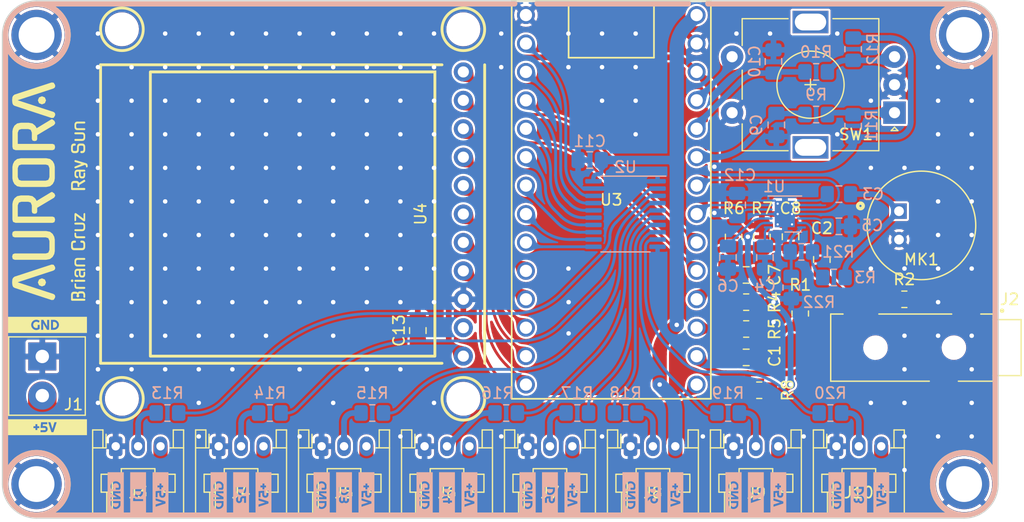
<source format=kicad_pcb>
(kicad_pcb (version 20211014) (generator pcbnew)
  (layers (0 "F.Cu" signal) (31 "B.Cu" signal) (36 "B.SilkS" user "B.Silkscreen") (37 "F.SilkS" user "F.Silkscreen") (38 "B.Mask" user) (39 "F.Mask" user) (44 "Edge.Cuts" user))
  (net 0 "")
  (net 1 "/AUD_R_ADC")
  (net 2 "/AUD_R")
  (net 3 "/AUD_L_ADC")
  (net 4 "/AUD_L")
  (net 5 "Net-(C3-Pad1)")
  (net 6 "Net-(C3-Pad2)")
  (net 7 "Net-(C4-Pad1)")
  (net 8 "GND")
  (net 9 "Net-(C5-Pad2)")
  (net 10 "Net-(C6-Pad2)")
  (net 11 "/ENCODER_A")
  (net 12 "/ENCODER_B")
  (net 13 "+3V3")
  (net 14 "+5V")
  (net 15 "/AUD_DET")
  (net 16 "/LED_OUT_0")
  (net 17 "/LED_OUT_1")
  (net 18 "/LED_OUT_2")
  (net 19 "/LED_OUT_3")
  (net 20 "/LED_OUT_4")
  (net 21 "/LED_OUT_5")
  (net 22 "/LED_OUT_6")
  (net 23 "/LED_OUT_7")
  (net 24 "/MIC_BIAS")
  (net 25 "Net-(R11-Pad2)")
  (net 26 "Net-(R10-Pad2)")
  (net 27 "Net-(R13-Pad2)")
  (net 28 "Net-(R14-Pad2)")
  (net 29 "Net-(R15-Pad2)")
  (net 30 "Net-(R16-Pad2)")
  (net 31 "Net-(R17-Pad2)")
  (net 32 "Net-(R18-Pad2)")
  (net 33 "Net-(R19-Pad2)")
  (net 34 "Net-(R20-Pad2)")
  (net 35 "/AGC_THRESH")
  (net 36 "/SW_PUSH")
  (net 37 "/MIC_ADC")
  (net 38 "/MIC_GAIN")
  (net 39 "Net-(U2-Pad11)")
  (net 40 "Net-(U2-Pad12)")
  (net 41 "Net-(U2-Pad13)")
  (net 42 "Net-(U2-Pad14)")
  (net 43 "Net-(U2-Pad15)")
  (net 44 "Net-(U2-Pad16)")
  (net 45 "Net-(U2-Pad17)")
  (net 46 "Net-(U2-Pad18)")
  (net 47 "/SCK")
  (net 48 "/MISO")
  (net 49 "/MOSI")
  (net 50 "/CS_TFT")
  (net 51 "/DISP_RST")
  (net 52 "/DISP_D{slash}C")
  (net 53 "/CS_SD")
  (net 54 "/BACKLIGHT")
  (footprint "Resistor_SMD:R_0805_2012Metric_Pad1.20x1.40mm_HandSolder" (layer "F.Cu") (at 161.3945 115.062 90)
    (fp_text reference "R1")
    (fp_text value "100k")
  )
  (footprint "Connector_JST:JST_PH_S3B-PH-K_1x03_P2.00mm_Horizontal" (layer "F.Cu") (at 127.85881 126.926)
    (fp_text reference "J6")
    (fp_text value "Conn_01x03")
  )
  (footprint "Resistor_SMD:R_0805_2012Metric_Pad1.20x1.40mm_HandSolder" (layer "F.Cu") (at 170.688 113.792)
    (fp_text reference "R2")
    (fp_text value "100k")
  )
  (footprint "kibuzzard-62AD66A7" (layer "F.Cu") (at 93.98 125.222)
    (fp_text reference "kibuzzard-62AD66A7" hide)
    (fp_text value "G***" hide)
  )
  (footprint "terminal_block:TerminalBlock_Molex_393570002_1x02_P3.50mm_Horizontal" (layer "F.Cu") (at 93.73 118.9 -90)
    (fp_text reference "J1")
    (fp_text value "Screw_Terminal_01x02" hide)
  )
  (footprint "Connector_JST:JST_PH_S3B-PH-K_1x03_P2.00mm_Horizontal" (layer "F.Cu") (at 100.284922 126.926)
    (fp_text reference "J3")
    (fp_text value "Conn_01x03")
  )
  (footprint "Capacitor_SMD:C_0805_2012Metric_Pad1.18x1.45mm_HandSolder" (layer "F.Cu") (at 127.254 116.586 90)
    (fp_text reference "C13")
    (fp_text value "10u")
  )
  (footprint "Resistor_SMD:R_0805_2012Metric_Pad1.20x1.40mm_HandSolder" (layer "F.Cu") (at 156.5685 114.046 180)
    (fp_text reference "R4")
    (fp_text value "100k")
  )
  (footprint "MountingHole:MountingHole_3.2mm_M3_ISO14580_Pad" (layer "F.Cu") (at 176.022 90.17)
    (fp_text reference "H2" hide)
    (fp_text value "MountingHole_Pad" hide)
  )
  (footprint "Connector_JST:JST_PH_S3B-PH-K_1x03_P2.00mm_Horizontal" (layer "F.Cu") (at 164.624 126.926)
    (fp_text reference "J10")
    (fp_text value "Conn_01x03")
  )
  (footprint "kibuzzard-62AD5F1D" (layer "F.Cu") (at 92.964 104.14 90)
    (fp_text reference "kibuzzard-62AD5F1D" hide)
    (fp_text value "G***" hide)
  )
  (footprint "MountingHole:MountingHole_3.2mm_M3_ISO14580_Pad" (layer "F.Cu") (at 93.218 130.302)
    (fp_text reference "H3" hide)
    (fp_text value "MountingHole_Pad" hide)
  )
  (footprint "Capacitor_SMD:C_0805_2012Metric_Pad1.18x1.45mm_HandSolder" (layer "F.Cu") (at 156.5685 111.618)
    (fp_text reference "C7")
    (fp_text value "47n")
  )
  (footprint "displays:Adafruit_TFT_1in3_ST7789" (layer "F.Cu") (at 131.318 106.172 -90)
    (fp_text reference "U4")
    (fp_text value "Adafruit_TFT_1in3_ST7789")
  )
  (footprint "MountingHole:MountingHole_3.2mm_M3_ISO14580_Pad" (layer "F.Cu") (at 93.218 90.17)
    (fp_text reference "H1" hide)
    (fp_text value "MountingHole_Pad" hide)
  )
  (footprint "Connector_JST:JST_PH_S3B-PH-K_1x03_P2.00mm_Horizontal" (layer "F.Cu") (at 137.050106 126.926)
    (fp_text reference "J7")
    (fp_text value "Conn_01x03")
  )
  (footprint "Resistor_SMD:R_0805_2012Metric_Pad1.20x1.40mm_HandSolder" (layer "F.Cu") (at 155.448 108.204 -90)
    (fp_text reference "R6")
    (fp_text value "100k")
  )
  (footprint "Connector_JST:JST_PH_S3B-PH-K_1x03_P2.00mm_Horizontal" (layer "F.Cu") (at 146.241402 126.926)
    (fp_text reference "J8")
    (fp_text value "Conn_01x03")
  )
  (footprint "Connector_JST:JST_PH_S3B-PH-K_1x03_P2.00mm_Horizontal" (layer "F.Cu") (at 109.476218 126.926)
    (fp_text reference "J4")
    (fp_text value "Conn_01x03")
  )
  (footprint "Capacitor_SMD:C_0805_2012Metric_Pad1.18x1.45mm_HandSolder" (layer "F.Cu") (at 156.5685 118.984)
    (fp_text reference "C1")
    (fp_text value "10u")
  )
  (footprint "Rotary_Encoder:RotaryEncoder_Alps_EC11E-Switch_Vertical_H20mm" (layer "F.Cu") (at 169.81 97.115 180)
    (fp_text reference "SW1")
    (fp_text value "RotaryEncoder_Switch")
  )
  (footprint "teensy_library:Teensy40" (layer "F.Cu") (at 144.526 104.902 -90)
    (fp_text reference "U3")
    (fp_text value "Teensy4.0")
  )
  (footprint "CMA-4544PF-W:MIC_CMA-4544PF-W" (layer "F.Cu") (at 172.212 107.188 180)
    (fp_text reference "MK1")
    (fp_text value "CMA-4544PF-W")
  )
  (footprint "kibuzzard-62AD66B6" (layer "F.Cu") (at 93.98 116.078)
    (fp_text reference "kibuzzard-62AD66B6" hide)
    (fp_text value "G***" hide)
  )
  (footprint "kibuzzard-62AD5F34" (layer "F.Cu") (at 97.028 105.918 90)
    (fp_text reference "kibuzzard-62AD5F34" hide)
    (fp_text value "G***" hide)
  )
  (footprint "Capacitor_SMD:C_0805_2012Metric_Pad1.18x1.45mm_HandSolder" (layer "F.Cu") (at 160.528 108.204 90)
    (fp_text reference "C8")
    (fp_text value "47n")
  )
  (footprint "Capacitor_SMD:C_0805_2012Metric_Pad1.18x1.45mm_HandSolder" (layer "F.Cu") (at 163.322 110.236 -90)
    (fp_text reference "C2")
    (fp_text value "10u")
  )
  (footprint "Resistor_SMD:R_0805_2012Metric_Pad1.20x1.40mm_HandSolder" (layer "F.Cu") (at 156.5685 116.444)
    (fp_text reference "R5")
    (fp_text value "100k")
  )
  (footprint "Connector_JST:JST_PH_S3B-PH-K_1x03_P2.00mm_Horizontal" (layer "F.Cu") (at 118.667514 126.926)
    (fp_text reference "J5")
    (fp_text value "Conn_01x03")
  )
  (footprint "MountingHole:MountingHole_3.2mm_M3_ISO14580_Pad" (layer "F.Cu") (at 176.022 130.302)
    (fp_text reference "H4" hide)
    (fp_text value "MountingHole_Pad" hide)
  )
  (footprint "Resistor_SMD:R_0805_2012Metric_Pad1.20x1.40mm_HandSolder" (layer "F.Cu") (at 157.734 121.92 180)
    (fp_text reference "R8")
    (fp_text value "1M")
  )
  (footprint "SJ-3524-SMT:CUI_SJ-3524-SMT" (layer "F.Cu") (at 175.1125 118.11 180)
    (fp_text reference "J2")
    (fp_text value "SJ-3524-SMT")
  )
  (footprint "Resistor_SMD:R_0805_2012Metric_Pad1.20x1.40mm_HandSolder" (layer "F.Cu") (at 157.973 108.204 90)
    (fp_text reference "R7")
    (fp_text value "100k")
  )
  (footprint "Connector_JST:JST_PH_S3B-PH-K_1x03_P2.00mm_Horizontal" (layer "F.Cu") (at 155.432698 126.926)
    (fp_text reference "J9")
    (fp_text value "Conn_01x03")
  )
  (footprint "Resistor_SMD:R_0805_2012Metric_Pad1.20x1.40mm_HandSolder" (layer "B.Cu") (at 114.046 123.952)
    (fp_text reference "R14")
    (fp_text value "100")
  )
  (footprint "Resistor_SMD:R_0805_2012Metric_Pad1.20x1.40mm_HandSolder" (layer "B.Cu") (at 135.144 123.952)
    (fp_text reference "R16")
    (fp_text value "100")
  )
  (footprint "Resistor_SMD:R_0805_2012Metric_Pad1.20x1.40mm_HandSolder" (layer "B.Cu") (at 166.116 98.298 90)
    (fp_text reference "R11")
    (fp_text value "10k")
  )
  (footprint "kibuzzard-62AD6AEC" (layer "B.Cu") (at 118.6693 131.2926 -90)
    (fp_text reference "kibuzzard-62AD6AEC2" hide)
    (fp_text value "G***" hide)
  )
  (footprint "kibuzzard-62AD6AEC" (layer "B.Cu") (at 137.05382 131.2926 -90)
    (fp_text reference "kibuzzard-62AD6AEC4" hide)
    (fp_text value "G***" hide)
  )
  (footprint "Resistor_SMD:R_0805_2012Metric_Pad1.20x1.40mm_HandSolder" (layer "B.Cu") (at 162.814 93.472)
    (fp_text reference "R10")
    (fp_text value "10k")
  )
  (footprint "kibuzzard-62AD6C27" (layer "B.Cu") (at 139.049964 131.2926 -90)
    (fp_text reference "kibuzzard-62AD6C27" hide)
    (fp_text value "G***" hide)
  )
  (footprint "kibuzzard-62AD6B04" (layer "B.Cu") (at 159.43834 131.2926 -90)
    (fp_text reference "kibuzzard-62AD6B6" hide)
    (fp_text value "G***" hide)
  )
  (footprint "kibuzzard-62AD6C62" (layer "B.Cu") (at 166.623858 131.2926 -90)
    (fp_text reference "kibuzzard-62AD6C62" hide)
    (fp_text value "G***" hide)
  )
  (footprint "Capacitor_SMD:C_0805_2012Metric_Pad1.18x1.45mm_HandSolder" (layer "B.Cu") (at 155.765 105.365 90)
    (fp_text reference "C12")
    (fp_text value "1u")
  )
  (footprint "Capacitor_SMD:C_0805_2012Metric_Pad1.18x1.45mm_HandSolder" (layer "B.Cu") (at 158.242 110.064 -90)
    (fp_text reference "C4")
    (fp_text value "0.47u")
  )
  (footprint "kibuzzard-62AD6B04" (layer "B.Cu") (at 131.86156 131.2926 -90)
    (fp_text reference "kibuzzard-62AD6B3" hide)
    (fp_text value "G***" hide)
  )
  (footprint "kibuzzard-62AD6C4C" (layer "B.Cu") (at 157.432556 131.2926 -90)
    (fp_text reference "kibuzzard-62AD6C4C" hide)
    (fp_text value "G***" hide)
  )
  (footprint "kibuzzard-62AD6C38" (layer "B.Cu") (at 148.24126 131.2926 -90)
    (fp_text reference "kibuzzard-62AD6C38" hide)
    (fp_text value "G***" hide)
  )
  (footprint "kibuzzard-62AD6B04" (layer "B.Cu") (at 150.24608 131.2926 -90)
    (fp_text reference "kibuzzard-62AD6B5" hide)
    (fp_text value "G***" hide)
  )
  (footprint "Resistor_SMD:R_0805_2012Metric_Pad1.20x1.40mm_HandSolder" (layer "B.Cu") (at 160.591 112.742 90)
    (fp_text reference "R22")
    (fp_text value "100k")
  )
  (footprint "Capacitor_SMD:C_0805_2012Metric_Pad1.18x1.45mm_HandSolder" (layer "B.Cu") (at 164.846 104.394)
    (fp_text reference "C3")
    (fp_text value "0.1u")
  )
  (footprint "kibuzzard-62AD6AEC" (layer "B.Cu") (at 146.24608 131.2926 -90)
    (fp_text reference "kibuzzard-62AD6AEC5" hide)
    (fp_text value "G***" hide)
  )
  (footprint "Resistor_SMD:R_0805_2012Metric_Pad1.20x1.40mm_HandSolder" (layer "B.Cu") (at 104.902 123.952)
    (fp_text reference "R13")
    (fp_text value "100")
  )
  (footprint "kibuzzard-62AD6B04" (layer "B.Cu") (at 141.05382 131.2926 -90)
    (fp_text reference "kibuzzard-62AD6B4" hide)
    (fp_text value "G***" hide)
  )
  (footprint "kibuzzard-62AD6B04" (layer "B.Cu") (at 113.47704 131.2926 -90)
    (fp_text reference "kibuzzard-62AD6B1" hide)
    (fp_text value "G***" hide)
  )
  (footprint "kibuzzard-62AD6BA8" (layer "B.Cu") (at 111.476076 131.2926 -90)
    (fp_text reference "kibuzzard-62AD6BA8" hide)
    (fp_text value "G***" hide)
  )
  (footprint "kibuzzard-62AD6AEC" (layer "B.Cu") (at 127.86156 131.2926 -90)
    (fp_text reference "kibuzzard-62AD6AEC3" hide)
    (fp_text value "G***" hide)
  )
  (footprint "Resistor_SMD:R_0805_2012Metric_Pad1.20x1.40mm_HandSolder" (layer "B.Cu") (at 145.812 123.952 180)
    (fp_text reference "R18")
    (fp_text value "100")
  )
  (footprint "Package_DFN_QFN:TDFN-14-1EP_3x3mm_P0.4mm_EP1.78x2.35mm_ThermalVias" (layer "B.Cu") (at 160.02 106.172)
    (fp_text reference "U1")
    (fp_text value "MAX9814")
  )
  (footprint "kibuzzard-62AD6C16" (layer "B.Cu") (at 129.858668 131.2926 -90)
    (fp_text reference "kibuzzard-62AD6C16" hide)
    (fp_text value "G***" hide)
  )
  (footprint "kibuzzard-62AD6AEC" (layer "B.Cu") (at 100.28478 131.2926 -90)
    (fp_text reference "kibuzzard-62AD6AEC" hide)
    (fp_text value "G***" hide)
  )
  (footprint "Resistor_SMD:R_0805_2012Metric_Pad1.20x1.40mm_HandSolder" (layer "B.Cu") (at 166.116 91.44 -90)
    (fp_text reference "R12")
    (fp_text value "10k")
  )
  (footprint "kibuzzard-62AD6BC2" (layer "B.Cu") (at 120.667372 131.2926 -90)
    (fp_text reference "kibuzzard-62AD6BC2" hide)
    (fp_text value "G***" hide)
  )
  (footprint "Package_SO:TSSOP-20_4.4x6.5mm_P0.65mm" (layer "B.Cu") (at 145.796 106.172 180)
    (fp_text reference "U2")
    (fp_text value "74HCT245")
  )
  (footprint "Capacitor_SMD:C_0805_2012Metric_Pad1.18x1.45mm_HandSolder" (layer "B.Cu") (at 142.5995 101.346 180)
    (fp_text reference "C11")
    (fp_text value "0.1u")
  )
  (footprint "kibuzzard-62AD6B04" (layer "B.Cu") (at 104.28478 131.2926 -90)
    (fp_text reference "kibuzzard-62AD6B04" hide)
    (fp_text value "G***" hide)
  )
  (footprint "kibuzzard-62AD6AEC" (layer "B.Cu") (at 164.6306 131.2926 -90)
    (fp_text reference "kibuzzard-62AD6AEC7" hide)
    (fp_text value "G***" hide)
  )
  (footprint "Resistor_SMD:R_0805_2012Metric_Pad1.20x1.40mm_HandSolder" (layer "B.Cu") (at 164.084 123.952 180)
    (fp_text reference "R20")
    (fp_text value "100")
  )
  (footprint "Resistor_SMD:R_0805_2012Metric_Pad1.20x1.40mm_HandSolder" (layer "B.Cu") (at 162.814 97.282 180)
    (fp_text reference "R9")
    (fp_text value "10k")
  )
  (footprint "kibuzzard-62AD6AEC" (layer "B.Cu") (at 155.43834 131.2926 -90)
    (fp_text reference "kibuzzard-62AD6AEC6" hide)
    (fp_text value "G***" hide)
  )
  (footprint "kibuzzard-62AD6B04" (layer "B.Cu") (at 168.6306 131.2926 -90)
    (fp_text reference "kibuzzard-62AD6B7" hide)
    (fp_text value "G***" hide)
  )
  (footprint "Capacitor_SMD:C_0805_2012Metric_Pad1.18x1.45mm_HandSolder" (layer "B.Cu") (at 159.258 98.212 90)
    (fp_text reference "C9")
    (fp_text value "10n")
  )
  (footprint "Resistor_SMD:R_0805_2012Metric_Pad1.20x1.40mm_HandSolder" (layer "B.Cu") (at 161.491 109.556)
    (fp_text reference "R21")
    (fp_text value "150k")
  )
  (footprint "Capacitor_SMD:C_0805_2012Metric_Pad1.18x1.45mm_HandSolder" (layer "B.Cu") (at 154.94 110.064 90)
    (fp_text reference "C6")
    (fp_text value "2.2u")
  )
  (footprint "kibuzzard-62AD6B04" (layer "B.Cu") (at 122.6693 131.2926 -90)
    (fp_text reference "kibuzzard-62AD6B2" hide)
    (fp_text value "G***" hide)
  )
  (footprint "kibuzzard-62AD6B13" (layer "B.Cu") (at 102.28478 131.2926 -90)
    (fp_text reference "kibuzzard-62AD6B13" hide)
    (fp_text value "G***" hide)
  )
  (footprint "Resistor_SMD:R_0805_2012Metric_Pad1.20x1.40mm_HandSolder" (layer "B.Cu") (at 164.401 111.842 180)
    (fp_text reference "R3")
    (fp_text value "2.21k")
  )
  (footprint "Resistor_SMD:R_0805_2012Metric_Pad1.20x1.40mm_HandSolder" (layer "B.Cu") (at 154.956 123.952 180)
    (fp_text reference "R19")
    (fp_text value "100")
  )
  (footprint "kibuzzard-62AD6AEC" (layer "B.Cu") (at 109.47704 131.2926 -90)
    (fp_text reference "kibuzzard-62AD6AEC1" hide)
    (fp_text value "G***" hide)
  )
  (footprint "Resistor_SMD:R_0805_2012Metric_Pad1.20x1.40mm_HandSolder" (layer "B.Cu") (at 123.19 123.952)
    (fp_text reference "R15")
    (fp_text value "100")
  )
  (footprint "Capacitor_SMD:C_0805_2012Metric_Pad1.18x1.45mm_HandSolder" (layer "B.Cu") (at 164.846 107.27 180)
    (fp_text reference "C5")
    (fp_text value "0.47u")
  )
  (footprint "Capacitor_SMD:C_0805_2012Metric_Pad1.18x1.45mm_HandSolder" (layer "B.Cu") (at 159.004 92.542 -90)
    (fp_text reference "C10")
    (fp_text value "10n")
  )
  (footprint "Resistor_SMD:R_0805_2012Metric_Pad1.20x1.40mm_HandSolder" (layer "B.Cu") (at 141.494 123.952)
    (fp_text reference "R17")
    (fp_text value "100")
  )
  (gr_line (start 178.816 90.17) (end 178.816 130.302) (layer "B.SilkS") (width 0.508))
  (gr_line (start 93.218 87.376) (end 135.89 87.376) (layer "B.SilkS") (width 0.508))
  (gr_circle (center 93.218 90.17) (end 90.424 90.17) (layer "B.SilkS") (width 0.508) (fill none))
  (gr_line (start 153.162 87.376) (end 176.022 87.376) (layer "B.SilkS") (width 0.508))
  (gr_line (start 90.424 90.17) (end 90.424 130.302) (layer "B.SilkS") (width 0.508))
  (gr_circle (center 176.022 130.302) (end 173.228 130.302) (layer "B.SilkS") (width 0.508) (fill none))
  (gr_circle (center 176.022 90.17) (end 173.228 90.17) (layer "B.SilkS") (width 0.508) (fill none))
  (gr_circle (center 93.218 130.302) (end 90.424 130.302) (layer "B.SilkS") (width 0.508) (fill none))
  (gr_line (start 93.218 133.096) (end 176.022 133.096) (layer "B.SilkS") (width 0.508))
  (gr_line (start 137.922 87.376) (end 151.384 87.376) (layer "B.SilkS") (width 0.508))
  (gr_circle (center 93.218 130.302) (end 96.012 130.302) (layer "F.SilkS") (width 0.508) (fill none))
  (gr_circle (center 176.022 90.17) (end 178.816 90.17) (layer "F.SilkS") (width 0.508) (fill none))
  (gr_circle (center 93.218 90.17) (end 96.012 90.17) (layer "F.SilkS") (width 0.508) (fill none))
  (gr_circle (center 176.022 130.302) (end 178.816 130.302) (layer "F.SilkS") (width 0.508) (fill none))
  (gr_line (start 179.07 90.17) (end 179.069999 130.302) (layer "Edge.Cuts") (width 0.1))
  (gr_line (start 90.17 130.302) (end 90.17 90.17) (layer "Edge.Cuts") (width 0.1))
  (gr_line (start 176.022 133.35) (end 93.218 133.35) (layer "Edge.Cuts") (width 0.1))
  (gr_arc (start 90.17 90.17) (mid 91.062739 88.014739) (end 93.218 87.122) (layer "Edge.Cuts") (width 0.1))
  (gr_line (start 93.218 87.122) (end 176.022 87.122) (layer "Edge.Cuts") (width 0.1))
  (gr_arc (start 179.069999 130.302) (mid 178.177261 132.457261) (end 176.022 133.349999) (layer "Edge.Cuts") (width 0.1))
  (gr_arc (start 93.218 133.35) (mid 91.062739 132.457261) (end 90.17 130.302) (layer "Edge.Cuts") (width 0.1))
  (gr_arc (start 176.022 87.122) (mid 178.177261 88.014739) (end 179.07 90.17) (layer "Edge.Cuts") (width 0.1))
  (segment (start 152.202 116.388) (end 152.146 116.332) (width 0.508) (layer "F.Cu") (net 1))
  (segment (start 155.531 118.984) (end 155.531 111.618) (width 0.508) (layer "F.Cu") (net 1))
  (segment (start 152.337195 116.444) (end 155.5685 116.444) (width 0.508) (layer "F.Cu") (net 1))
  (arc (start 152.202 116.388) (mid 152.264028 116.429446) (end 152.337195 116.444) (width 0.508) (layer "F.Cu") (net 1))
  (segment (start 161.82775 116.062) (end 160.96125 116.062) (width 0.508) (layer "F.Cu") (net 2))
  (segment (start 161.82775 116.062) (end 162.772415 116.062) (width 0.508) (layer "F.Cu") (net 2))
  (segment (start 160.221645 116.368354) (end 157.606 118.984) (width 0.508) (layer "F.Cu") (net 2))
  (segment (start 172.055415 121.81) (end 174.2125 121.81) (width 0.508) (layer "F.Cu") (net 2))
  (segment (start 165.124664 117.036333) (end 168.373041 120.28471) (width 0.508) (layer "F.Cu") (net 2))
  (arc (start 168.373041 120.28471) (mid 170.062528 121.41359) (end 172.055415 121.81) (width 0.508) (layer "F.Cu") (net 2))
  (arc (start 165.124664 117.036333) (mid 164.045443 116.31522) (end 162.772415 116.062) (width 0.508) (layer "F.Cu") (net 2))
  (arc (start 160.96125 116.062) (mid 160.560978 116.141618) (end 160.221645 116.368354) (width 0.508) (layer "F.Cu") (net 2))
  (segment (start 152.88474 113.05326) (end 152.146 113.792) (width 0.508) (layer "F.Cu") (net 3))
  (segment (start 153.62348 110.269302) (end 153.62348 111.269783) (width 0.508) (layer "F.Cu") (net 3))
  (segment (start 160.554516 109.2415) (end 163.248594 109.2415) (width 0.508) (layer "F.Cu") (net 3))
  (segment (start 163.3005 109.22) (end 163.322 109.1985) (width 0.508) (layer "F.Cu") (net 3))
  (segment (start 160.463983 109.204) (end 156.04824 109.204) (width 0.508) (layer "F.Cu") (net 3))
  (segment (start 154.688782 109.204) (end 154.84776 109.204) (width 0.508) (layer "F.Cu") (net 3))
  (segment (start 156.04824 109.204) (end 154.84776 109.204) (width 0.508) (layer "F.Cu") (net 3))
  (arc (start 153.9355 109.51602) (mid 153.704571 109.861628) (end 153.62348 110.269302) (width 0.508) (layer "F.Cu") (net 3))
  (arc (start 160.50925 109.22275) (mid 160.488481 109.208872) (end 160.463983 109.204) (width 0.508) (layer "F.Cu") (net 3))
  (arc (start 160.50925 109.22275) (mid 160.530018 109.236627) (end 160.554516 109.2415) (width 0.508) (layer "F.Cu") (net 3))
  (arc (start 153.62348 111.269783) (mid 153.431487 112.234993) (end 152.88474 113.05326) (width 0.508) (layer "F.Cu") (net 3))
  (arc (start 154.688782 109.204) (mid 154.281108 109.285091) (end 153.9355 109.51602) (width 0.508) (layer "F.Cu") (net 3))
  (arc (start 163.3005 109.22) (mid 163.276685 109.235912) (end 163.248594 109.2415) (width 0.508) (layer "F.Cu") (net 3))
  (segment (start 167.867491 113.792) (end 169.688 113.792) (width 0.508) (layer "F.Cu") (net 4))
  (segment (start 167.121499 114.100999) (end 166.937657 114.284842) (width 0.508) (layer "F.Cu") (net 4))
  (segment (start 166.333342 114.284842) (end 163.322 111.2735) (width 0.508) (layer "F.Cu") (net 4))
  (arc (start 166.333342 114.284842) (mid 166.471973 114.377472) (end 166.6355 114.41) (width 0.508) (layer "F.Cu") (net 4))
  (arc (start 167.867491 113.792) (mid 167.463763 113.872306) (end 167.121499 114.100999) (width 0.508) (layer "F.Cu") (net 4))
  (arc (start 166.937657 114.284842) (mid 166.799026 114.377472) (end 166.6355 114.41) (width 0.508) (layer "F.Cu") (net 4))
  (segment (start 162.821792 104.972) (end 161.5075 104.972) (width 0.2) (layer "B.Cu") (net 5))
  (segment (start 163.5195 104.683) (end 163.8085 104.394) (width 0.2) (layer "B.Cu") (net 5))
  (arc (start 163.5195 104.683) (mid 163.199388 104.896891) (end 162.821792 104.972) (width 0.2) (layer "B.Cu") (net 5))
  (segment (start 169.449999 106.679999) (end 165.794504 110.335495) (width 0.508) (layer "B.Cu") (net 6))
  (segment (start 165.401 111.2855) (end 165.401 111.842) (width 0.508) (layer "B.Cu") (net 6))
  (segment (start 167.610369 104.394) (end 165.8835 104.394) (width 0.508) (layer "B.Cu") (net 6))
  (arc (start 165.794504 110.335495) (mid 165.503268 110.771361) (end 165.401 111.2855) (width 0.508) (layer "B.Cu") (net 6))
  (arc (start 169.45 105.156) (mid 168.60597 104.592037) (end 167.610369 104.394) (width 0.508) (layer "B.Cu") (net 6))
  (arc (start 169.45 105.156) (mid 169.76563 105.917999) (end 169.449999 106.679999) (width 0.508) (layer "B.Cu") (net 6))
  (segment (start 158.242 107.867914) (end 158.242 109.0265) (width 0.2) (layer "B.Cu") (net 7))
  (segment (start 158.38725 107.51725) (end 158.5325 107.372) (width 0.2) (layer "B.Cu") (net 7))
  (arc (start 158.38725 107.51725) (mid 158.279749 107.678136) (end 158.242 107.867914) (width 0.2) (layer "B.Cu") (net 7))
  (via (at 113.7 111.047) (size 0.8) (drill 0.4) (layers "F.Cu" "B.Cu") (net 8))
  (via (at 116.7 93.047) (size 0.8) (drill 0.4) (layers "F.Cu" "B.Cu") (net 8))
  (via (at 128.7 102.047) (size 0.8) (drill 0.4) (layers "F.Cu" "B.Cu") (net 8))
  (via (at 176.7 99.047) (size 0.8) (drill 0.4) (layers "F.Cu" "B.Cu") (net 8))
  (via (at 164.7 99.047) (size 0.8) (drill 0.4) (layers "F.Cu" "B.Cu") (net 8))
  (via (at 125.7 126.047) (size 0.8) (drill 0.4) (layers "F.Cu" "B.Cu") (net 8))
  (via (at 110.7 93.047) (size 0.8) (drill 0.4) (layers "F.Cu" "B.Cu") (net 8))
  (via (at 104.7 111.047) (size 0.8) (drill 0.4) (layers "F.Cu" "B.Cu") (net 8))
  (via (at 176.7 120.047) (size 0.8) (drill 0.4) (layers "F.Cu" "B.Cu") (net 8))
  (via (at 122.7 108.047) (size 0.8) (drill 0.4) (layers "F.Cu" "B.Cu") (net 8))
  (via (at 98.7 90.047) (size 0.8) (drill 0.4) (layers "F.Cu" "B.Cu") (net 8))
  (via (at 164.7 90.047) (size 0.8) (drill 0.4) (layers "F.Cu" "B.Cu") (net 8))
  (via (at 101.7 120.047) (size 0.8) (drill 0.4) (layers "F.Cu" "B.Cu") (net 8))
  (via (at 98.7 111.047) (size 0.8) (drill 0.4) (layers "F.Cu" "B.Cu") (net 8))
  (via (at 176.7 108.047) (size 0.8) (drill 0.4) (layers "F.Cu" "B.Cu") (net 8))
  (via (at 119.7 93.047) (size 0.8) (drill 0.4) (layers "F.Cu" "B.Cu") (net 8))
  (via (at 173.7 105.047) (size 0.8) (drill 0.4) (layers "F.Cu" "B.Cu") (net 8))
  (via (at 98.7 120.047) (size 0.8) (drill 0.4) (layers "F.Cu" "B.Cu") (net 8))
  (via (at 116.7 99.047) (size 0.8) (drill 0.4) (layers "F.Cu" "B.Cu") (net 8))
  (via (at 173.7 93.047) (size 0.8) (drill 0.4) (layers "F.Cu" "B.Cu") (net 8))
  (via (at 101.7 108.047) (size 0.8) (drill 0.4) (layers "F.Cu" "B.Cu") (net 8))
  (via (at 173.7 126.047) (size 0.8) (drill 0.4) (layers "F.Cu" "B.Cu") (net 8))
  (via (at 122.7 96.047) (size 0.8) (drill 0.4) (layers "F.Cu" "B.Cu") (net 8))
  (via (at 128.7 123.047) (size 0.8) (drill 0.4) (layers "F.Cu" "B.Cu") (net 8))
  (via (at 110.7 99.047) (size 0.8) (drill 0.4) (layers "F.Cu" "B.Cu") (net 8))
  (via (at 176.7 111.047) (size 0.8) (drill 0.4) (layers "F.Cu" "B.Cu") (net 8))
  (via (at 140.716 116.84) (size 0.8) (drill 0.4) (layers "F.Cu" "B.Cu") (net 8))
  (via (at 167.7 111.047) (size 0.8) (drill 0.4) (layers "F.Cu" "B.Cu") (net 8))
  (via (at 125.7 90.047) (size 0.8) (drill 0.4) (layers "F.Cu" "B.Cu") (net 8))
  (via (at 113.7 102.047) (size 0.8) (drill 0.4) (layers "F.Cu" "B.Cu") (net 8))
  (via (at 146.7 96.047) (size 0.8) (drill 0.4) (layers "F.Cu" "B.Cu") (net 8))
  (via (at 119.7 108.047) (size 0.8) (drill 0.4) (layers "F.Cu" "B.Cu") (net 8))
  (via (at 98.7 114.047) (size 0.8) (drill 0.4) (layers "F.Cu" "B.Cu") (net 8))
  (via (at 125.7 108.047) (size 0.8) (drill 0.4) (layers "F.Cu" "B.Cu") (net 8))
  (via (at 116.7 114.047) (size 0.8) (drill 0.4) (layers "F.Cu" "B.Cu") (net 8))
  (via (at 128.7 108.047) (size 0.8) (drill 0.4) (layers "F.Cu" "B.Cu") (net 8))
  (via (at 122.7 90.047) (size 0.8) (drill 0.4) (layers "F.Cu" "B.Cu") (net 8))
  (via (at 125.7 111.047) (size 0.8) (drill 0.4) (layers "F.Cu" "B.Cu") (net 8))
  (via (at 119.7 117.047) (size 0.8) (drill 0.4) (layers "F.Cu" "B.Cu") (net 8))
  (via (at 101.7 105.047) (size 0.8) (drill 0.4) (layers "F.Cu" "B.Cu") (net 8))
  (via (at 104.7 114.047) (size 0.8) (drill 0.4) (layers "F.Cu" "B.Cu") (net 8))
  (via (at 119.7 114.047) (size 0.8) (drill 0.4) (layers "F.Cu" "B.Cu") (net 8))
  (via (at 107.7 96.047) (size 0.8) (drill 0.4) (layers "F.Cu" "B.Cu") (net 8))
  (via (at 110.7 120.047) (size 0.8) (drill 0.4) (layers "F.Cu" "B.Cu") (net 8))
  (via (at 101.7 111.047) (size 0.8) (drill 0.4) (layers "F.Cu" "B.Cu") (net 8))
  (via (at 128.7 90.047) (size 0.8) (drill 0.4) (layers "F.Cu" "B.Cu") (net 8))
  (via (at 176.7 126.047) (size 0.8) (drill 0.4) (layers "F.Cu" "B.Cu") (net 8))
  (via (at 113.7 108.047) (size 0.8) (drill 0.4) (layers "F.Cu" "B.Cu") (net 8))
  (via (at 98.7 117.047) (size 0.8) (drill 0.4) (layers "F.Cu" "B.Cu") (net 8))
  (via (at 125.7 99.047) (size 0.8) (drill 0.4) (layers "F.Cu" "B.Cu") (net 8))
  (via (at 134.7 93.047) (size 0.8) (drill 0.4) (layers "F.Cu" "B.Cu") (net 8))
  (via (at 146.7 93.047) (size 0.8) (drill 0.4) (layers "F.Cu" "B.Cu") (net 8))
  (via (at 104.7 102.047) (size 0.8) (drill 0.4) (layers "F.Cu" "B.Cu") (net 8))
  (via (at 98.7 99.047) (size 0.8) (drill 0.4) (layers "F.Cu" "B.Cu") (net 8))
  (via (at 98.7 102.047) (size 0.8) (drill 0.4) (layers "F.Cu" "B.Cu") (net 8))
  (via (at 116.7 111.047) (size 0.8) (drill 0.4) (layers "F.Cu" "B.Cu") (net 8))
  (via (at 110.7 96.047) (size 0.8) (drill 0.4) (layers "F.Cu" "B.Cu") (net 8))
  (via (at 125.7 93.047) (size 0.8) (drill 0.4) (layers "F.Cu" "B.Cu") (net 8))
  (via (at 122.7 111.047) (size 0.8) (drill 0.4) (layers "F.Cu" "B.Cu") (net 8))
  (via (at 146.7 90.047) (size 0.8) (drill 0.4) (layers "F.Cu" "B.Cu") (net 8))
  (via (at 107.7 117.047) (size 0.8) (drill 0.4) (layers "F.Cu" "B.Cu") (net 8))
  (via (at 101.7 96.047) (size 0.8) (drill 0.4) (layers "F.Cu" "B.Cu") (net 8))
  (via (at 104.7 93.047) (size 0.8) (drill 0.4) (layers "F.Cu" "B.Cu") (net 8))
  (via (at 158.7 90.047) (size 0.8) (drill 0.4) (layers "F.Cu" "B.Cu") (net 8))
  (via (at 119.7 90.047) (size 0.8) (drill 0.4) (layers "F.Cu" "B.Cu") (net 8))
  (via (at 119.7 99.047) (size 0.8) (drill 0.4) (layers "F.Cu" "B.Cu") (net 8))
  (via (at 167.7 96.047) (size 0.8) (drill 0.4) (layers "F.Cu" "B.Cu") (net 8))
  (via (at 173.7 114.047) (size 0.8) (drill 0.4) (layers "F.Cu" "B.Cu") (net 8))
  (via (at 161.7 126.047) (size 0.8) (drill 0.4) (layers "F.Cu" "B.Cu") (net 8))
  (via (at 107.7 90.047) (size 0.8) (drill 0.4) (layers "F.Cu" "B.Cu") (net 8))
  (via (at 107.7 93.047) (size 0.8) (drill 0.4) (layers "F.Cu" "B.Cu") (net 8))
  (via (at 116.7 102.047) (size 0.8) (drill 0.4) (layers "F.Cu" "B.Cu") (net 8))
  (via (at 122.7 99.047) (size 0.8) (drill 0.4) (layers "F.Cu" "B.Cu") (net 8))
  (via (at 107.7 105.047) (size 0.8) (drill 0.4) (layers "F.Cu" "B.Cu") (net 8))
  (via (at 176.7 96.047) (size 0.8) (drill 0.4) (layers "F.Cu" "B.Cu") (net 8))
  (via (at 107.7 111.047) (size 0.8) (drill 0.4) (layers "F.Cu" "B.Cu") (net 8))
  (via (at 170.7 111.047) (size 0.8) (drill 0.4) (layers "F.Cu" "B.Cu") (net 8))
  (via (at 98.7 96.047) (size 0.8) (drill 0.4) (layers "F.Cu" "B.Cu") (net 8))
  (via (at 110.7 111.047) (size 0.8) (drill 0.4) (layers "F.Cu" "B.Cu") (net 8))
  (via (at 113.7 114.047) (size 0.8) (drill 0.4) (layers "F.Cu" "B.Cu") (net 8))
  (via (at 122.7 120.047) (size 0.8) (drill 0.4) (layers "F.Cu" "B.Cu") (net 8))
  (via (at 98.7 123.047) (size 0.8) (drill 0.4) (layers "F.Cu" "B.Cu") (net 8))
  (via (at 101.7 99.047) (size 0.8) (drill 0.4) (layers "F.Cu" "B.Cu") (net 8))
  (via (at 104.7 99.047) (size 0.8) (drill 0.4) (layers "F.Cu" "B.Cu") (net 8))
  (via (at 143.7 126.047) (size 0.8) (drill 0.4) (layers "F.Cu" "B.Cu") (net 8))
  (via (at 110.7 108.047) (size 0.8) (drill 0.4) (layers "F.Cu" "B.Cu") (net 8))
  (via (at 173.7 96.047) (size 0.8) (drill 0.4) (layers "F.Cu" "B.Cu") (net 8))
  (via (at 128.7 114.047) (size 0.8) (drill 0.4) (layers "F.Cu" "B.Cu") (net 8))
  (via (at 119.7 111.047) (size 0.8) (drill 0.4) (layers "F.Cu" "B.Cu") (net 8))
  (via (at 107.7 120.047) (size 0.8) (drill 0.4) (layers "F.Cu" "B.Cu") (net 8))
  (via (at 140.7 90.047) (size 0.8) (drill 0.4) (layers "F.Cu" "B.Cu") (net 8))
  (via (at 107.7 108.047) (size 0.8) (drill 0.4) (layers "F.Cu" "B.Cu") (net 8))
  (via (at 176.7 93.047) (size 0.8) (drill 0.4) (layers "F.Cu" "B.Cu") (net 8))
  (via (at 122.7 93.047) (size 0.8) (drill 0.4) (layers "F.Cu" "B.Cu") (net 8))
  (via (at 140.716 114.046) (size 0.8) (drill 0.4) (layers "F.Cu" "B.Cu") (net 8))
  (via (at 119.7 105.047) (size 0.8) (drill 0.4) (layers "F.Cu" "B.Cu") (net 8))
  (via (at 98.7 105.047) (size 0.8) (drill 0.4) (layers "F.Cu" "B.Cu") (net 8))
  (via (at 98.7 108.047) (size 0.8) (drill 0.4) (layers "F.Cu" "B.Cu") (net 8))
  (via (at 104.7 105.047) (size 0.8) (drill 0.4) (layers "F.Cu" "B.Cu") (net 8))
  (via (at 116.7 105.047) (size 0.8) (drill 0.4) (layers "F.Cu" "B.Cu") (net 8))
  (via (at 173.7 108.047) (size 0.8) (drill 0.4) (layers "F.Cu" "B.Cu") (net 8))
  (via (at 125.7 96.047) (size 0.8) (drill 0.4) (layers "F.Cu" "B.Cu") (net 8))
  (via (at 143.7 96.047) (size 0.8) (drill 0.4) (layers "F.Cu" "B.Cu") (net 8))
  (via (at 116.7 96.047) (size 0.8) (drill 0.4) (layers "F.Cu" "B.Cu") (net 8))
  (via (at 104.7 90.047) (size 0.8) (drill 0.4) (layers "F.Cu" "B.Cu") (net 8))
  (via (at 134.7 126.047) (size 0.8) (drill 0.4) (layers "F.Cu" "B.Cu") (net 8))
  (via (at 116.7 90.047) (size 0.8) (drill 0.4) (layers "F.Cu" "B.Cu") (net 8))
  (via (at 98.7 93.047) (size 0.8) (drill 0.4) (layers "F.Cu" "B.Cu") (net 8))
  (via (at 170.7 126.047) (size 0.8) (drill 0.4) (layers "F.Cu" "B.Cu") (net 8))
  (via (at 122.7 102.047) (size 0.8) (drill 0.4) (layers "F.Cu" "B.Cu") (net 8))
  (via (at 113.7 105.047) (size 0.8) (drill 0.4) (layers "F.Cu" "B.Cu") (net 8))
  (via (at 170.7 117.047) (size 0.8) (drill 0.4) (layers "F.Cu" "B.Cu") (net 8))
  (via (at 107.7 114.047) (size 0.8) (drill 0.4) (layers "F.Cu" "B.Cu") (net 8))
  (via (at 176.7 105.047) (size 0.8) (drill 0.4) (layers "F.Cu" "B.Cu") (net 8))
  (via (at 173.7 117.047) (size 0.8) (drill 0.4) (layers "F.Cu" "B.Cu") (net 8))
  (via (at 113.7 99.047) (size 0.8) (drill 0.4) (layers "F.Cu" "B.Cu") (net 8))
  (via (at 173.7 111.047) (size 0.8) (drill 0.4) (layers "F.Cu" "B.Cu") (net 8))
  (via (at 176.7 117.047) (size 0.8) (drill 0.4) (layers "F.Cu" "B.Cu") (net 8))
  (via (at 101.7 93.047) (size 0.8) (drill 0.4) (layers "F.Cu" "B.Cu") (net 8))
  (via (at 101.7 102.047) (size 0.8) (drill 0.4) (layers "F.Cu" "B.Cu") (net 8))
  (via (at 104.7 108.047) (size 0.8) (drill 0.4) (layers "F.Cu" "B.Cu") (net 8))
  (via (at 107.7 102.047) (size 0.8) (drill 0.4) (layers "F.Cu" "B.Cu") (net 8))
  (via (at 113.7 96.047) (size 0.8) (drill 0.4) (layers "F.Cu" "B.Cu") (net 8))
  (via (at 152.7 126.047) (size 0.8) (drill 0.4) (layers "F.Cu" "B.Cu") (net 8))
  (via (at 113.7 90.047) (size 0.8) (drill 0.4) (layers "F.Cu" "B.Cu") (net 8))
  (via (at 176.7 123.047) (size 0.8) (drill 0.4) (layers "F.Cu" "B.Cu") (net 8))
  (via (at 125.7 105.047) (size 0.8) (drill 0.4) (layers "F.Cu" "B.Cu") (net 8))
  (via (at 125.7 102.047) (size 0.8) (drill 0.4) (layers "F.Cu" "B.Cu") (net 8))
  (via (at 167.7 123.047) (size 0.8) (drill 0.4) (layers "F.Cu" "B.Cu") (net 8))
  (via (at 146.7 99.047) (size 0.8) (drill 0.4) (layers "F.Cu" "B.Cu") (net 8))
  (via (at 170.7 102.047) (size 0.8) (drill 0.4) (layers "F.Cu" "B.Cu") (net 8))
  (via (at 125.7 120.047) (size 0.8) (drill 0.4) (layers "F.Cu" "B.Cu") (net 8))
  (via (at 107.7 126.047) (size 0.8) (drill 0.4) (layers "F.Cu" "B.Cu") (net 8))
  (via (at 122.7 114.047) (size 0.8) (drill 0.4) (layers "F.Cu" "B.Cu") (net 8))
  (via (at 155.7 90.047) (size 0.8) (drill 0.4) (layers "F.Cu" "B.Cu") (net 8))
  (via (at 128.7 99.047) (size 0.8) (drill 0.4) (layers "F.Cu" "B.Cu") (net 8))
  (via (at 170.7 120.047) (size 0.8) (drill 0.4) (layers "F.Cu" "B.Cu") (net 8))
  (via (at 107.7 99.047) (size 0.8) (drill 0.4) (layers "F.Cu" "B.Cu") (net 8))
  (via (at 140.7 93.047) (size 0.8) (drill 0.4) (layers "F.Cu" "B.Cu") (net 8))
  (via (at 143.7 90.047) (size 0.8) (drill 0.4) (layers "F.Cu" "B.Cu") (net 8))
  (via (at 134.7 90.047) (size 0.8) (drill 0.4) (layers "F.Cu" "B.Cu") (net 8))
  (via (at 173.7 99.047) (size 0.8) (drill 0.4) (layers "F.Cu" "B.Cu") (net 8))
  (via (at 128.7 96.047) (size 0.8) (drill 0.4) (layers "F.Cu" "B.Cu") (net 8))
  (via (at 113.7 117.047) (size 0.8) (drill 0.4) (layers "F.Cu" "B.Cu") (net 8))
  (via (at 104.7 96.047) (size 0.8) (drill 0.4) (layers "F.Cu" "B.Cu") (net 8))
  (via (at 113.7 93.047) (size 0.8) (drill 0.4) (layers "F.Cu" "B.Cu") (net 8))
  (via (at 116.7 108.047) (size 0.8) (drill 0.4) (layers "F.Cu" "B.Cu") (net 8))
  (via (at 110.7 102.047) (size 0.8) (drill 0.4) (layers "F.Cu" "B.Cu") (net 8))
  (via (at 122.7 105.047) (size 0.8) (drill 0.4) (layers "F.Cu" "B.Cu") (net 8))
  (via (at 119.7 123.047) (size 0.8) (drill 0.4) (layers "F.Cu" "B.Cu") (net 8))
  (via (at 104.7 120.047) (size 0.8) (drill 0.4) (layers "F.Cu" "B.Cu") (net 8))
  (via (at 110.7 90.047) (size 0.8) (drill 0.4) (layers "F.Cu" "B.Cu") (net 8))
  (via (at 140.7 111.047) (size 0.8) (drill 0.4) (layers "F.Cu" "B.Cu") (net 8))
  (via (at 128.7 105.047) (size 0.8) (drill 0.4) (layers "F.Cu" "B.Cu") (net 8))
  (via (at 170.7 129.047) (size 0.8) (drill 0.4) (layers "F.Cu" "B.Cu") (net 8))
  (via (at 104.7 117.047) (size 0.8) (drill 0.4) (layers "F.Cu" "B.Cu") (net 8))
  (via (at 107.7 123.047) (size 0.8) (drill 0.4) (layers "F.Cu" "B.Cu") (net 8))
  (via (at 119.7 96.047) (size 0.8) (drill 0.4) (layers "F.Cu" "B.Cu") (net 8))
  (via (at 110.7 114.047) (size 0.8) (drill 0.4) (layers "F.Cu" "B.Cu") (net 8))
  (via (at 128.7 93.047) (size 0.8) (drill 0.4) (layers "F.Cu" "B.Cu") (net 8))
  (via (at 116.7 126.047) (size 0.8) (drill 0.4) (layers "F.Cu" "B.Cu") (net 8))
  (via (at 170.7 123.047) (size 0.8) (drill 0.4) (layers "F.Cu" "B.Cu") (net 8))
  (via (at 110.7 117.047) (size 0.8) (drill 0.4) (layers "F.Cu" "B.Cu") (net 8))
  (via (at 101.7 117.047) (size 0.8) (drill 0.4) (layers "F.Cu" "B.Cu") (net 8))
  (via (at 101.7 114.047) (size 0.8) (drill 0.4) (layers "F.Cu" "B.Cu") (net 8))
  (via (at 173.7 102.047) (size 0.8) (drill 0.4) (layers "F.Cu" "B.Cu") (net 8))
  (via (at 116.7 120.047) (size 0.8) (drill 0.4) (layers "F.Cu" "B.Cu") (net 8))
  (via (at 176.7 102.047) (size 0.8) (drill 0.4) (layers "F.Cu" "B.Cu") (net 8))
  (via (at 167.7 102.047) (size 0.8) (drill 0.4) (layers "F.Cu" "B.Cu") (net 8))
  (via (at 128.7 111.047) (size 0.8) (drill 0.4) (layers "F.Cu" "B.Cu") (net 8))
  (via (at 143.7 93.047) (size 0.8) (drill 0.4) (layers "F.Cu" "B.Cu") (net 8))
  (via (at 110.7 105.047) (size 0.8) (drill 0.4) (layers "F.Cu" "B.Cu") (net 8))
  (via (at 125.7 114.047) (size 0.8) (drill 0.4) (layers "F.Cu" "B.Cu") (net 8))
  (via (at 159.004 115.824) (size 0.8) (drill 0.4) (layers "F.Cu" "B.Cu") (net 8))
  (via (at 119.7 102.047) (size 0.8) (drill 0.4) (layers "F.Cu" "B.Cu") (net 8))
  (segment (start 162.616939 106.572) (end 161.5075 106.572) (width 0.2) (layer "B.Cu") (net 9))
  (segment (start 163.4595 106.921) (end 163.8085 107.27) (width 0.2) (layer "B.Cu") (net 9))
  (arc (start 163.4595 106.921) (mid 163.072929 106.662702) (end 162.616939 106.572) (width 0.2) (layer "B.Cu") (net 9))
  (segment (start 156.910266 106.995733) (end 154.961389 108.94461) (width 0.2) (layer "B.Cu") (net 10))
  (segment (start 157.93325 106.572) (end 158.5325 106.572) (width 0.2) (layer "B.Cu") (net 10))
  (segment (start 154.94 108.99625) (end 154.94 109.0265) (width 0.2) (layer "B.Cu") (net 10))
  (arc (start 154.961389 108.94461) (mid 154.945558 108.968302) (end 154.94 108.99625) (width 0.2) (layer "B.Cu") (net 10))
  (arc (start 157.93325 106.572) (mid 157.379615 106.682124) (end 156.910266 106.995733) (width 0.2) (layer "B.Cu") (net 10))
  (segment (start 161.76025 97.22825) (end 161.814 97.282) (width 0.5) (layer "B.Cu") (net 11))
  (segment (start 153.74325 101.092) (end 152.146 101.092) (width 0.508) (layer "B.Cu") (net 11))
  (segment (start 160.48225 97.1745) (end 161.630486 97.1745) (width 0.5) (layer "B.Cu") (net 11))
  (segment (start 156.469926 99.962573) (end 158.392324 98.040175) (width 0.508) (layer "B.Cu") (net 11))
  (arc (start 156.469926 99.962573) (mid 155.218916 100.798471) (end 153.74325 101.092) (width 0.508) (layer "B.Cu") (net 11))
  (arc (start 160.48225 97.1745) (mid 159.35119 97.399481) (end 158.392324 98.040175) (width 0.5) (layer "B.Cu") (net 11))
  (arc (start 161.76025 97.22825) (mid 161.700713 97.188469) (end 161.630486 97.1745) (width 0.5) (layer "B.Cu") (net 11))
  (segment (start 159.187513 93.472) (end 161.814 93.472) (width 0.508) (layer "B.Cu") (net 12))
  (segment (start 158.927986 93.5795) (end 157.89979 93.5795) (width 0.5) (layer "B.Cu") (net 12))
  (segment (start 156.014786 94.360293) (end 152.260169 98.114911) (width 0.5) (layer "B.Cu") (net 12))
  (segment (start 152.146 98.39054) (end 152.146 98.552) (width 0.5) (layer "B.Cu") (net 12))
  (arc (start 159.187513 93.472) (mid 159.117285 93.485969) (end 159.05775 93.52575) (width 0.508) (layer "B.Cu") (net 12))
  (arc (start 159.05775 93.52575) (mid 158.998213 93.56553) (end 158.927986 93.5795) (width 0.508) (layer "B.Cu") (net 12))
  (arc (start 152.260169 98.114911) (mid 152.175671 98.241371) (end 152.146 98.39054) (width 0.5) (layer "B.Cu") (net 12))
  (arc (start 157.89979 93.5795) (mid 156.879633 93.782421) (end 156.014786 94.360293) (width 0.5) (layer "B.Cu") (net 12))
  (segment (start 154.088744 106.844744) (end 154.094446 106.850446) (width 0.762) (layer "F.Cu") (net 13))
  (segment (start 153.729489 96.175184) (end 153.729489 100.770489) (width 0.762) (layer "F.Cu") (net 13))
  (segment (start 151.494244 92.820244) (end 152.797755 94.123755) (width 0.508) (layer "F.Cu") (net 13))
  (segment (start 153.729489 100.770489) (end 153.729489 103.056489) (width 0.762) (layer "F.Cu") (net 13))
  (segment (start 129.920579 117.6235) (end 127.254 117.6235) (width 0.508) (layer "F.Cu") (net 13))
  (segment (start 130.014489 117.52959) (end 130.014489 93.150112) (width 0.508) (layer "F.Cu") (net 13))
  (segment (start 137.413185 92.185511) (end 136.398814 92.185511) (width 0.508) (layer "F.Cu") (net 13))
  (segment (start 130.996112 92.168489) (end 136.357719 92.168489) (width 0.508) (layer "F.Cu") (net 13))
  (segment (start 153.729489 103.056489) (end 153.729489 105.342489) (width 0.762) (layer "F.Cu") (net 13))
  (segment (start 159.656749 121.92) (end 158.734 121.92) (width 0.508) (layer "F.Cu") (net 13))
  (segment (start 155.313 107.204) (end 154.948 107.204) (width 0.762) (layer "F.Cu") (net 13))
  (segment (start 153.729489 105.342489) (end 153.729489 105.977424) (width 0.762) (layer "F.Cu") (net 13))
  (segment (start 155.583 107.204) (end 155.313 107.204) (width 0.762) (layer "F.Cu") (net 13))
  (segment (start 152.797755 94.123755) (end 152.937744 94.263744) (width 0.762) (layer "F.Cu") (net 13))
  (segment (start 130.041994 117.595994) (end 131.318 118.872) (width 0.508) (layer "F.Cu") (net 13))
  (segment (start 137.45428 92.168489) (end 149.920767 92.168489) (width 0.508) (layer "F.Cu") (net 13))
  (segment (start 159.004 114.046) (end 157.5685 114.046) (width 0.508) (layer "F.Cu") (net 13))
  (segment (start 160.533714 121.406286) (end 160.276857 121.663143) (width 0.508) (layer "F.Cu") (net 13))
  (segment (start 155.813459 107.299459) (end 156.718 108.204) (width 0.762) (layer "F.Cu") (net 13))
  (via (at 159.004 114.046) (size 0.8) (drill 0.4) (layers "F.Cu" "B.Cu") (net 13))
  (via (at 156.718 108.204) (size 0.8) (drill 0.4) (layers "F.Cu" "B.Cu") (net 13))
  (via (at 160.533714 121.406286) (size 0.8) (drill 0.4) (layers "F.Cu" "B.Cu") (net 13))
  (via (at 153.729489 101.9455) (size 0.8) (drill 0.4) (layers "F.Cu" "B.Cu") (net 13))
  (via (at 153.729489 106.071501) (size 0.8) (drill 0.4) (layers "F.Cu" "B.Cu") (net 13))
  (arc (start 152.937744 94.263744) (mid 153.523721 95.14072) (end 153.729489 96.175184) (width 0.762) (layer "F.Cu") (net 13))
  (arc (start 130.302 92.456) (mid 130.08921 92.774461) (end 130.014489 93.150112) (width 0.508) (layer "F.Cu") (net 13))
  (arc (start 130.996112 92.168489) (mid 130.620461 92.24321) (end 130.302 92.456) (width 0.508) (layer "F.Cu") (net 13))
  (arc (start 137.433733 92.177) (mid 137.424305 92.183299) (end 137.413185 92.185511) (width 0.508) (layer "F.Cu") (net 13))
  (arc (start 160.276857 121.663143) (mid 159.992349 121.853245) (end 159.656749 121.92) (width 0.508) (layer "F.Cu") (net 13))
  (arc (start 130.041994 117.595994) (mid 130.014488 117.584601) (end 129.986983 117.595994) (width 0.508) (layer "F.Cu") (net 13))
  (arc (start 136.378267 92.177) (mid 136.387694 92.183299) (end 136.398814 92.185511) (width 0.508) (layer "F.Cu") (net 13))
  (arc (start 155.813459 107.299459) (mid 155.707723 107.228808) (end 155.583 107.204) (width 0.762) (layer "F.Cu") (net 13))
  (arc (start 153.729489 105.977424) (mid 153.822856 106.446814) (end 154.088744 106.844744) (width 0.762) (layer "F.Cu") (net 13))
  (arc (start 136.378267 92.177) (mid 136.368839 92.1707) (end 136.357719 92.168489) (width 0.508) (layer "F.Cu") (net 13))
  (arc (start 154.094446 106.850446) (mid 154.48606 107.112114) (end 154.948 107.204) (width 0.762) (layer "F.Cu") (net 13))
  (arc (start 151.494244 92.820244) (mid 150.772326 92.337874) (end 149.920767 92.168489) (width 0.508) (layer "F.Cu") (net 13))
  (arc (start 129.986983 117.595994) (mid 129.956516 117.616351) (end 129.920579 117.6235) (width 0.508) (layer "F.Cu") (net 13))
  (arc (start 130.014489 117.52959) (mid 130.021637 117.565527) (end 130.041994 117.595994) (width 0.508) (layer "F.Cu") (net 13))
  (arc (start 137.45428 92.168489) (mid 137.44316 92.1707) (end 137.433733 92.177) (width 0.508) (layer "F.Cu") (net 13))
  (arc (start 129.986983 117.595994) (mid 130.00734 117.565527) (end 130.014489 117.52959) (width 0.508) (layer "F.Cu") (net 13))
  (segment (start 169.87476 99.298) (end 166.552011 99.298) (width 0.508) (layer "B.Cu") (net 13))
  (segment (start 156.080249 106.087249) (end 155.930499 106.237) (width 0.2) (layer "B.Cu") (net 13))
  (segment (start 163.085069 101.9455) (end 153.729489 101.9455) (width 0.762) (layer "B.Cu") (net 13))
  (segment (start 170.773167 91.022591) (end 170.850012 91.099437) (width 0.508) (layer "B.Cu") (net 13))
  (segment (start 156.718 110.143553) (end 156.718 108.204) (width 0.508) (layer "B.Cu") (net 13))
  (segment (start 155.199949 106.071501) (end 153.729489 106.071501) (width 0.762) (layer "B.Cu") (net 13))
  (segment (start 159.768857 114.810857) (end 159.004 114.046) (width 0.508) (layer "B.Cu") (net 13))
  (segment (start 160.533714 116.657385) (end 160.533714 121.406286) (width 0.508) (layer "B.Cu") (net 13))
  (segment (start 157.744055 107.177944) (end 156.718 108.204) (width 0.2) (layer "B.Cu") (net 13))
  (segment (start 165.22826 101.05776) (end 165.807693 100.478328) (width 0.762) (layer "B.Cu") (net 13))
  (segment (start 158.24125 106.972) (end 158.5325 106.972) (width 0.2) (layer "B.Cu") (net 13))
  (segment (start 169.366674 90.44) (end 166.116 90.44) (width 0.508) (layer "B.Cu") (net 13))
  (segment (start 171.263511 97.909249) (end 171.263511 92.097716) (width 0.508) (layer "B.Cu") (net 13))
  (segment (start 156.84133 105.772) (end 158.5325 105.772) (width 0.2) (layer "B.Cu") (net 13))
  (segment (start 157.861 112.903) (end 159.004 114.046) (width 0.508) (layer "B.Cu") (net 13))
  (arc (start 156.84133 105.772) (mid 156.429436 105.85393) (end 156.080249 106.087249) (width 0.2) (layer "B.Cu") (net 13))
  (arc (start 155.5995 106.237) (mid 155.764999 106.305552) (end 155.930499 106.237) (width 0.762) (layer "B.Cu") (net 13))
  (arc (start 171.263511 97.909249) (mid 171.157798 98.440701) (end 170.856755 98.891244) (width 0.508) (layer "B.Cu") (net 13))
  (arc (start 159.768857 114.810857) (mid 160.334934 115.658051) (end 160.533714 116.657385) (width 0.508) (layer "B.Cu") (net 13))
  (arc (start 155.5995 106.237) (mid 155.416184 106.114512) (end 155.199949 106.071501) (width 0.762) (layer "B.Cu") (net 13))
  (arc (start 170.773167 91.022591) (mid 170.127863 90.59141) (end 169.366674 90.44) (width 0.508) (layer "B.Cu") (net 13))
  (arc (start 170.856755 98.891244) (mid 170.406212 99.192287) (end 169.87476 99.298) (width 0.508) (layer "B.Cu") (net 13))
  (arc (start 158.24125 106.972) (mid 157.97217 107.025523) (end 157.744055 107.177944) (width 0.2) (layer "B.Cu") (net 13))
  (arc (start 165.22826 101.05776) (mid 164.244955 101.714783) (end 163.085069 101.9455) (width 0.762) (layer "B.Cu") (net 13))
  (arc (start 166.552011 99.298) (mid 166.243704 99.425704) (end 166.116 99.734011) (width 0.508) (layer "B.Cu") (net 13))
  (arc (start 170.850012 91.099437) (mid 171.156046 91.557452) (end 171.263511 92.097716) (width 0.508) (layer "B.Cu") (net 13))
  (arc (start 166.116 99.734011) (mid 166.035873 100.136832) (end 165.807693 100.478328) (width 0.762) (layer "B.Cu") (net 13))
  (arc (start 156.718 110.143553) (mid 157.015056 111.636955) (end 157.861 112.903) (width 0.508) (layer "B.Cu") (net 13))
  (segment (start 161.544 129.54) (end 160.02 129.54) (width 2.54) (layer "F.Cu") (net 14))
  (segment (start 104.284922 129.292602) (end 104.284922 126.926) (width 1.27) (layer "F.Cu") (net 14))
  (segment (start 141.050106 128.969645) (end 141.050106 126.926) (width 1.27) (layer "F.Cu") (net 14))
  (segment (start 122.667514 128.64806) (end 122.667514 126.926) (width 1.27) (layer "F.Cu") (net 14))
  (segment (start 93.73 123.283883) (end 93.73 122.4) (width 2.54) (layer "F.Cu") (net 14))
  (segment (start 104.037524 129.54) (end 101.041941 129.54) (width 2.54) (layer "F.Cu") (net 14))
  (segment (start 104.242475 129.54) (end 104.037524 129.54) (width 2.54) (layer "F.Cu") (net 14))
  (segment (start 149.606 116.84) (end 150.368 116.078) (width 1.27) (layer "F.Cu") (net 14))
  (segment (start 114.015291 129.54) (end 113.568708 129.54) (width 2.54) (layer "F.Cu") (net 14))
  (segment (start 168.623996 126.92601) (end 168.623996 129.54) (width 1.27) (layer "F.Cu") (net 14))
  (segment (start 123.559453 129.54) (end 122.820546 129.54) (width 2.54) (layer "F.Cu") (net 14))
  (segment (start 131.85881 128.616779) (end 131.85881 126.926) (width 1.27) (layer "F.Cu") (net 14))
  (segment (start 97.730654 128.16842) (end 94.354999 124.792765) (width 2.54) (layer "F.Cu") (net 14))
  (segment (start 148.844 121.412) (end 148.844 118.67963) (width 1.27) (layer "F.Cu") (net 14))
  (segment (start 160.02 129.54) (end 159.38153 129.54) (width 2.54) (layer "F.Cu") (net 14))
  (segment (start 104.242475 129.54) (end 113.568708 129.54) (width 2.54) (layer "F.Cu") (net 14))
  (segment (start 140.883053 129.372947) (end 140.716 129.54) (width 1.27) (layer "F.Cu") (net 14))
  (segment (start 160.02 129.54) (end 131.70041 129.54) (width 2.54) (layer "F.Cu") (net 14))
  (segment (start 113.476218 129.000926) (end 113.476218 126.926) (width 1.27) (layer "F.Cu") (net 14))
  (segment (start 131.70041 129.54) (end 130.935589 129.54) (width 2.54) (layer "F.Cu") (net 14))
  (segment (start 159.432698 129.241771) (end 159.432698 126.926) (width 1.27) (layer "F.Cu") (net 14))
  (segment (start 114.015291 129.54) (end 122.820546 129.54) (width 2.54) (layer "F.Cu") (net 14))
  (segment (start 161.544 129.54) (end 167.988996 129.54) (width 2.54) (layer "F.Cu") (net 14))
  (segment (start 123.559453 129.54) (end 130.935589 129.54) (width 2.54) (layer "F.Cu") (net 14))
  (segment (start 160.02 129.54) (end 161.544 129.54) (width 2.54) (layer "F.Cu") (net 14))
  (segment (start 150.241402 126.926) (end 150.241402 129.158598) (width 1.27) (layer "F.Cu") (net 14))
  (via (at 148.844 121.412) (size 0.8) (drill 0.4) (layers "F.Cu" "B.Cu") (net 14))
  (via (at 150.368 116.078) (size 0.8) (drill 0.4) (layers "F.Cu" "B.Cu") (net 14))
  (arc (start 113.476218 129.000926) (mid 113.517252 129.20722) (end 113.634109 129.382109) (width 1.27) (layer "F.Cu") (net 14))
  (arc (start 93.73 123.283883) (mid 93.892431 124.100484) (end 94.354999 124.792765) (width 2.54) (layer "F.Cu") (net 14))
  (arc (start 159.432698 129.241771) (mid 159.409996 129.355898) (end 159.345349 129.452651) (width 1.27) (layer "F.Cu") (net 14))
  (arc (start 113.568708 129.54) (mid 113.654158 129.482904) (end 113.634109 129.382109) (width 2.54) (layer "F.Cu") (net 14))
  (arc (start 131.588405 129.269595) (mid 131.554068 129.442217) (end 131.70041 129.54) (width 1.27) (layer "F.Cu") (net 14))
  (arc (start 122.667514 128.64806) (mid 122.735408 128.98939) (end 122.928757 129.278757) (width 1.27) (layer "F.Cu") (net 14))
  (arc (start 122.820546 129.54) (mid 122.96193 129.44553) (end 122.928757 129.278757) (width 2.54) (layer "F.Cu") (net 14))
  (arc (start 130.935589 129.54) (mid 131.28889 129.469724) (end 131.588405 129.269595) (width 2.54) (layer "F.Cu") (net 14))
  (arc (start 104.212461 129.467539) (mid 104.203259 129.513796) (end 104.242475 129.54) (width 1.27) (layer "F.Cu") (net 14))
  (arc (start 113.634109 129.382109) (mid 113.808996 129.498965) (end 114.015291 129.54) (width 1.27) (layer "F.Cu") (net 14))
  (arc (start 97.730654 128.16842) (mid 99.249885 129.183538) (end 101.041941 129.54) (width 2.54) (layer "F.Cu") (net 14))
  (arc (start 160.02 129.54) (mid 160.02 129.54) (end 160.02 129.54) (width 2.54) (layer "F.Cu") (net 14))
  (arc (start 159.345349 129.452651) (mid 159.334257 129.508413) (end 159.38153 129.54) (width 1.27) (layer "F.Cu") (net 14))
  (arc (start 149.606 116.84) (mid 149.042037 117.684029) (end 148.844 118.67963) (width 1.27) (layer "F.Cu") (net 14))
  (arc (start 104.037524 129.54) (mid 104.132199 129.521167) (end 104.212461 129.467539) (width 2.54) (layer "F.Cu") (net 14))
  (arc (start 104.284922 129.292602) (mid 104.266089 129.387277) (end 104.212461 129.467539) (width 1.27) (layer "F.Cu") (net 14))
  (arc (start 122.928757 129.278757) (mid 123.218122 129.472105) (end 123.559453 129.54) (width 1.27) (layer "F.Cu") (net 14))
  (arc (start 141.050106 128.969645) (mid 141.00669 129.18791) (end 140.883053 129.372947) (width 1.27) (layer "F.Cu") (net 14))
  (arc (start 131.85881 128.616779) (mid 131.788534 128.97008) (end 131.588405 129.269595) (width 1.27) (layer "F.Cu") (net 14))
  (segment (start 151.257 89.281) (end 152.146 88.392) (width 1.27) (layer "B.Cu") (net 14))
  (segment (start 150.368 116.078) (end 150.368 101.779605) (width 1.27) (layer "B.Cu") (net 14))
  (segment (start 150.368 101.420394) (end 150.368 101.779605) (width 1.27) (layer "B.Cu") (net 14))
  (segment (start 150.368 91.427235) (end 150.368 101.420394) (width 1.27) (layer "B.Cu") (net 14))
  (segment (start 144.2085 101.346) (end 149.934394 101.346) (width 0.762) (layer "B.Cu") (net 14))
  (segment (start 143.637 101.9175) (end 143.637 102.399197) (width 0.381) (layer "B.Cu") (net 14))
  (segment (start 142.9335 102.949739) (end 142.9335 103.247) (width 0.381) (layer "B.Cu") (net 14))
  (segment (start 143.420197 102.616) (end 143.267239 102.616) (width 0.381) (layer "B.Cu") (net 14))
  (segment (start 149.542701 122.110701) (end 148.844 121.412) (width 1.27) (layer "B.Cu") (net 14))
  (segment (start 150.241402 123.797514) (end 150.241402 126.926) (width 1.27) (layer "B.Cu") (net 14))
  (arc (start 144.2085 101.346) (mid 143.804388 101.513388) (end 143.637 101.9175) (width 0.762) (layer "B.Cu") (net 14))
  (arc (start 150.241 101.473) (mid 150.322074 101.489126) (end 150.368 101.420394) (width 0.762) (layer "B.Cu") (net 14))
  (arc (start 143.5735 102.5525) (mid 143.503164 102.599496) (end 143.420197 102.616) (width 0.381) (layer "B.Cu") (net 14))
  (arc (start 150.241 101.473) (mid 150.100328 101.379006) (end 149.934394 101.346) (width 0.762) (layer "B.Cu") (net 14))
  (arc (start 149.542701 122.110701) (mid 150.059815 122.884617) (end 150.241402 123.797514) (width 1.27) (layer "B.Cu") (net 14))
  (arc (start 143.267239 102.616) (mid 143.139522 102.641404) (end 143.03125 102.71375) (width 0.381) (layer "B.Cu") (net 14))
  (arc (start 143.03125 102.71375) (mid 142.958904 102.822022) (end 142.9335 102.949739) (width 0.381) (layer "B.Cu") (net 14))
  (arc (start 143.637 102.399197) (mid 143.620496 102.482164) (end 143.5735 102.5525) (width 0.381) (layer "B.Cu") (net 14))
  (arc (start 151.257 89.281) (mid 150.599043 90.265701) (end 150.368 91.427235) (width 1.27) (layer "B.Cu") (net 14))
  (arc (start 150.368 101.779605) (mid 150.334993 101.613671) (end 150.241 101.473) (width 1.27) (layer "B.Cu") (net 14))
  (segment (start 156.734 120.423313) (end 156.734 121.92) (width 0.508) (layer "F.Cu") (net 15))
  (segment (start 152.908 119.634) (end 152.146 118.872) (width 0.508) (layer "F.Cu") (net 15))
  (segment (start 154.74763 120.396) (end 156.706686 120.396) (width 0.508) (layer "F.Cu") (net 15))
  (segment (start 162.0365 119.636) (end 162.8125 118.86) (width 0.508) (layer "F.Cu") (net 15))
  (segment (start 160.16307 120.412) (end 156.745313 120.412) (width 0.508) (layer "F.Cu") (net 15))
  (arc (start 156.726 120.404) (mid 156.717138 120.398079) (end 156.706686 120.396) (width 0.508) (layer "F.Cu") (net 15))
  (arc (start 152.908 119.634) (mid 153.752029 120.197962) (end 154.74763 120.396) (width 0.508) (layer "F.Cu") (net 15))
  (arc (start 156.745313 120.412) (mid 156.737313 120.415313) (end 156.734 120.423313) (width 0.508) (layer "F.Cu") (net 15))
  (arc (start 162.0365 119.636) (mid 161.176963 120.210324) (end 160.16307 120.412) (width 0.508) (layer "F.Cu") (net 15))
  (arc (start 156.734 120.423313) (mid 156.73192 120.412861) (end 156.726 120.404) (width 0.508) (layer "F.Cu") (net 15))
  (arc (start 156.726 120.404) (mid 156.734861 120.40992) (end 156.745313 120.412) (width 0.508) (layer "F.Cu") (net 15))
  (segment (start 102.284922 124.95079) (end 102.284922 126.926) (width 0.5) (layer "B.Cu") (net 16))
  (segment (start 103.283712 123.952) (end 103.902 123.952) (width 0.5) (layer "B.Cu") (net 16))
  (arc (start 102.577461 124.244539) (mid 102.36095 124.568569) (end 102.284922 124.95079) (width 0.5) (layer "B.Cu") (net 16))
  (arc (start 103.283712 123.952) (mid 102.901491 124.028028) (end 102.577461 124.244539) (width 0.5) (layer "B.Cu") (net 16))
  (segment (start 111.476218 124.870051) (end 111.476218 126.926) (width 0.5) (layer "B.Cu") (net 17))
  (segment (start 112.394269 123.952) (end 113.046 123.952) (width 0.5) (layer "B.Cu") (net 17))
  (arc (start 112.394269 123.952) (mid 112.042946 124.021882) (end 111.745109 124.220891) (width 0.5) (layer "B.Cu") (net 17))
  (arc (start 111.745109 124.220891) (mid 111.5461 124.518728) (end 111.476218 124.870051) (width 0.5) (layer "B.Cu") (net 17))
  (segment (start 121.504825 123.952) (end 122.19 123.952) (width 0.508) (layer "B.Cu") (net 18))
  (segment (start 120.667514 124.789311) (end 120.667514 126.926) (width 0.508) (layer "B.Cu") (net 18))
  (arc (start 120.912757 124.197243) (mid 120.73125 124.468886) (end 120.667514 124.789311) (width 0.508) (layer "B.Cu") (net 18))
  (arc (start 121.504825 123.952) (mid 121.1844 124.015736) (end 120.912757 124.197243) (width 0.508) (layer "B.Cu") (net 18))
  (segment (start 132.369234 124.415575) (end 129.85881 126.926) (width 0.508) (layer "B.Cu") (net 19))
  (segment (start 133.488405 123.952) (end 134.144 123.952) (width 0.508) (layer "B.Cu") (net 19))
  (arc (start 133.488405 123.952) (mid 132.882714 124.072479) (end 132.369234 124.415575) (width 0.508) (layer "B.Cu") (net 19))
  (segment (start 139.050106 124.81921) (end 139.050106 126.926) (width 0.5) (layer "B.Cu") (net 20))
  (segment (start 139.917316 123.952) (end 140.494 123.952) (width 0.5) (layer "B.Cu") (net 20))
  (arc (start 139.304106 124.206) (mid 139.116118 124.487343) (end 139.050106 124.81921) (width 0.5) (layer "B.Cu") (net 20))
  (arc (start 139.917316 123.952) (mid 139.585449 124.018012) (end 139.304106 124.206) (width 0.5) (layer "B.Cu") (net 20))
  (segment (start 147.374191 123.952) (end 146.812 123.952) (width 0.5) (layer "B.Cu") (net 21))
  (segment (start 148.241402 124.81921) (end 148.241402 126.926) (width 0.5) (layer "B.Cu") (net 21))
  (arc (start 147.987402 124.206) (mid 147.706058 124.018012) (end 147.374191 123.952) (width 0.5) (layer "B.Cu") (net 21))
  (arc (start 147.987402 124.206) (mid 148.175389 124.487343) (end 148.241402 124.81921) (width 0.5) (layer "B.Cu") (net 21))
  (segment (start 156.565487 123.952) (end 155.956 123.952) (width 0.5) (layer "B.Cu") (net 22))
  (segment (start 157.432698 124.81921) (end 157.432698 126.926) (width 0.5) (layer "B.Cu") (net 22))
  (arc (start 157.178698 124.206) (mid 156.897354 124.018012) (end 156.565487 123.952) (width 0.5) (layer "B.Cu") (net 22))
  (arc (start 157.178698 124.206) (mid 157.366685 124.487343) (end 157.432698 124.81921) (width 0.5) (layer "B.Cu") (net 22))
  (segment (start 166.624 124.81921) (end 166.624 126.926) (width 0.5) (layer "B.Cu") (net 23))
  (segment (start 165.756789 123.952) (end 165.084 123.952) (width 0.5) (layer "B.Cu") (net 23))
  (arc (start 166.37 124.206) (mid 166.088656 124.018012) (end 165.756789 123.952) (width 0.5) (layer "B.Cu") (net 23))
  (arc (start 166.37 124.206) (mid 166.557987 124.487343) (end 166.624 124.81921) (width 0.5) (layer "B.Cu") (net 23))
  (segment (start 162.491 110.288532) (end 162.491 109.642267) (width 0.254) (layer "B.Cu") (net 24))
  (segment (start 162.946 111.387) (end 163.401 111.842) (width 0.254) (layer "B.Cu") (net 24))
  (segment (start 161.748397 106.972) (end 161.5075 106.972) (width 0.2) (layer "B.Cu") (net 24))
  (segment (start 162.369 109.347732) (end 162.369 107.620196) (width 0.2) (layer "B.Cu") (net 24))
  (segment (start 162.159635 107.14234) (end 162.179147 107.161852) (width 0.2) (layer "B.Cu") (net 24))
  (arc (start 162.159635 107.14234) (mid 161.970957 107.016269) (end 161.748397 106.972) (width 0.2) (layer "B.Cu") (net 24))
  (arc (start 162.179147 107.161852) (mid 162.319658 107.372142) (end 162.369 107.620196) (width 0.2) (layer "B.Cu") (net 24))
  (arc (start 162.491 110.288532) (mid 162.60925 110.883018) (end 162.946 111.387) (width 0.254) (layer "B.Cu") (net 24))
  (arc (start 162.43 109.495) (mid 162.475146 109.562566) (end 162.491 109.642267) (width 0.2) (layer "B.Cu") (net 24))
  (arc (start 162.369 109.347732) (mid 162.384853 109.427433) (end 162.43 109.495) (width 0.2) (layer "B.Cu") (net 24))
  (segment (start 163.8975 97.1985) (end 163.814 97.282) (width 0.508) (layer "B.Cu") (net 25))
  (segment (start 164.099086 97.115) (end 169.81 97.115) (width 0.508) (layer "B.Cu") (net 25))
  (arc (start 164.099086 97.115) (mid 163.989988 97.1367) (end 163.8975 97.1985) (width 0.508) (layer "B.Cu") (net 25))
  (segment (start 166.751 92.44) (end 169.25519 92.44) (width 0.508) (layer "B.Cu") (net 26))
  (segment (start 166.751 92.44) (end 165.481 92.44) (width 0.508) (layer "B.Cu") (net 26))
  (segment (start 164.396987 92.889012) (end 163.814 93.472) (width 0.508) (layer "B.Cu") (net 26))
  (segment (start 169.6475 92.2775) (end 169.81 92.115) (width 0.508) (layer "B.Cu") (net 26))
  (arc (start 169.6475 92.2775) (mid 169.467506 92.397767) (end 169.25519 92.44) (width 0.508) (layer "B.Cu") (net 26))
  (arc (start 165.481 92.44) (mid 164.894336 92.556694) (end 164.396987 92.889012) (width 0.508) (layer "B.Cu") (net 26))
  (segment (start 107.336193 123.952) (end 105.902 123.952) (width 0.25) (layer "B.Cu") (net 27))
  (segment (start 143.866774 109.504415) (end 140.079738 113.291452) (width 0.254) (layer "B.Cu") (net 27))
  (segment (start 123.295298 115.062) (end 135.805258 115.062) (width 0.25) (layer "B.Cu") (net 27))
  (segment (start 144.931945 106.932864) (end 147.723614 104.141195) (width 0.254) (layer "B.Cu") (net 27))
  (segment (start 148.313155 103.897) (end 148.6585 103.897) (width 0.254) (layer "B.Cu") (net 27))
  (segment (start 113.675901 119.046484) (end 109.784513 122.937872) (width 0.25) (layer "B.Cu") (net 27))
  (arc (start 140.079738 113.291452) (mid 138.11859 114.601849) (end 135.805258 115.062) (width 0.254) (layer "B.Cu") (net 27))
  (arc (start 109.784513 122.937872) (mid 108.661214 123.688436) (end 107.336193 123.952) (width 0.25) (layer "B.Cu") (net 27))
  (arc (start 144.931945 106.932864) (mid 144.537774 107.522783) (end 144.39936 108.21864) (width 0.254) (layer "B.Cu") (net 27))
  (arc (start 144.39936 108.21864) (mid 144.260945 108.914496) (end 143.866774 109.504415) (width 0.254) (layer "B.Cu") (net 27))
  (arc (start 148.313155 103.897) (mid 147.994097 103.960464) (end 147.723614 104.141195) (width 0.254) (layer "B.Cu") (net 27))
  (arc (start 123.295298 115.062) (mid 118.089317 116.097533) (end 113.675901 119.046484) (width 0.25) (layer "B.Cu") (net 27))
  (segment (start 115.562 123.952) (end 115.046 123.952) (width 0.254) (layer "B.Cu") (net 28))
  (segment (start 148.313155 104.547) (end 148.6585 104.547) (width 0.254) (layer "B.Cu") (net 28))
  (segment (start 146.096394 106.418415) (end 147.723614 104.791195) (width 0.254) (layer "B.Cu") (net 28))
  (segment (start 127.077737 117.508503) (end 136.482972 117.508503) (width 0.25) (layer "B.Cu") (net 28))
  (segment (start 143.609365 112.422634) (end 139.966365 116.065634) (width 0.25) (layer "B.Cu") (net 28))
  (segment (start 116.442867 123.587132) (end 119.299748 120.730251) (width 0.25) (layer "B.Cu") (net 28))
  (arc (start 116.442867 123.587132) (mid 116.038721 123.857173) (end 115.562 123.952) (width 0.25) (layer "B.Cu") (net 28))
  (arc (start 148.313155 104.547) (mid 147.994097 104.610464) (end 147.723614 104.791195) (width 0.254) (layer "B.Cu") (net 28))
  (arc (start 139.966365 116.065634) (mid 138.368171 117.133513) (end 136.482972 117.508503) (width 0.25) (layer "B.Cu") (net 28))
  (arc (start 146.096394 106.418415) (mid 145.176058 107.795794) (end 144.85288 109.420525) (width 0.254) (layer "B.Cu") (net 28))
  (arc (start 127.077737 117.508503) (mid 122.868319 118.345808) (end 119.299748 120.730251) (width 0.25) (layer "B.Cu") (net 28))
  (arc (start 144.85288 109.420525) (mid 144.5297 111.045254) (end 143.609365 112.422634) (width 0.254) (layer "B.Cu") (net 28))
  (segment (start 127.173744 122.000255) (end 125.586867 123.587132) (width 0.254) (layer "B.Cu") (net 29))
  (segment (start 136.344728 120.048511) (end 131.885672 120.048511) (width 0.254) (layer "B.Cu") (net 29))
  (segment (start 143.304866 115.521132) (end 140.497713 118.328287) (width 0.254) (layer "B.Cu") (net 29))
  (segment (start 145.3064 110.689005) (end 145.3064 109.740311) (width 0.254) (layer "B.Cu") (net 29))
  (segment (start 147.723614 105.441195) (end 146.637105 106.527705) (width 0.254) (layer "B.Cu") (net 29))
  (segment (start 124.706 123.952) (end 124.19 123.952) (width 0.254) (layer "B.Cu") (net 29))
  (segment (start 148.313155 105.197) (end 148.6585 105.197) (width 0.254) (layer "B.Cu") (net 29))
  (arc (start 146.637105 106.527705) (mid 145.652238 108.001661) (end 145.3064 109.740311) (width 0.254) (layer "B.Cu") (net 29))
  (arc (start 140.497713 118.328287) (mid 138.592308 119.601439) (end 136.344728 120.048511) (width 0.254) (layer "B.Cu") (net 29))
  (arc (start 125.586867 123.587132) (mid 125.182721 123.857173) (end 124.706 123.952) (width 0.254) (layer "B.Cu") (net 29))
  (arc (start 148.313155 105.197) (mid 147.994097 105.260464) (end 147.723614 105.441195) (width 0.254) (layer "B.Cu") (net 29))
  (arc (start 145.3064 110.689005) (mid 144.786218 113.304133) (end 143.304866 115.521132) (width 0.254) (layer "B.Cu") (net 29))
  (arc (start 131.885672 120.048511) (mid 129.335595 120.555752) (end 127.173744 122.000255) (width 0.254) (layer "B.Cu") (net 29))
  (segment (start 148.313155 105.847) (end 148.6585 105.847) (width 0.254) (layer "B.Cu") (net 30))
  (segment (start 146.863864 106.950944) (end 147.723614 106.091195) (width 0.254) (layer "B.Cu") (net 30))
  (segment (start 137.033 123.952) (end 136.144 123.952) (width 0.254) (layer "B.Cu") (net 30))
  (segment (start 138.550617 123.323382) (end 142.910566 118.963433) (width 0.254) (layer "B.Cu") (net 30))
  (segment (start 145.75992 109.616103) (end 145.75992 112.084485) (width 0.254) (layer "B.Cu") (net 30))
  (arc (start 148.313155 105.847) (mid 147.994097 105.910464) (end 147.723614 106.091195) (width 0.254) (layer "B.Cu") (net 30))
  (arc (start 138.550617 123.323382) (mid 137.854328 123.788627) (end 137.033 123.952) (width 0.254) (layer "B.Cu") (net 30))
  (arc (start 145.75992 112.084485) (mid 145.019397 115.807345) (end 142.910566 118.963433) (width 0.254) (layer "B.Cu") (net 30))
  (arc (start 146.863864 106.950944) (mid 146.046825 108.173729) (end 145.75992 109.616103) (width 0.254) (layer "B.Cu") (net 30))
  (segment (start 146.21344 109.491896) (end 146.21344 116.332518) (width 0.254) (layer "B.Cu") (net 31))
  (segment (start 147.723614 106.741195) (end 147.090625 107.374185) (width 0.254) (layer "B.Cu") (net 31))
  (segment (start 142.943012 122.232987) (end 144.35372 120.82228) (width 0.254) (layer "B.Cu") (net 31))
  (segment (start 142.494 123.317) (end 142.494 123.952) (width 0.254) (layer "B.Cu") (net 31))
  (segment (start 148.313155 106.497) (end 148.6585 106.497) (width 0.254) (layer "B.Cu") (net 31))
  (arc (start 147.090625 107.374185) (mid 146.441412 108.345799) (end 146.21344 109.491896) (width 0.254) (layer "B.Cu") (net 31))
  (arc (start 148.313155 106.497) (mid 147.994097 106.560464) (end 147.723614 106.741195) (width 0.254) (layer "B.Cu") (net 31))
  (arc (start 146.21344 116.332518) (mid 145.730114 118.762359) (end 144.35372 120.82228) (width 0.254) (layer "B.Cu") (net 31))
  (arc (start 142.943012 122.232987) (mid 142.610694 122.730336) (end 142.494 123.317) (width 0.254) (layer "B.Cu") (net 31))
  (segment (start 145.739479 121.722519) (end 145.272326 122.189673) (width 0.254) (layer "B.Cu") (net 32))
  (segment (start 146.66696 109.367689) (end 146.66696 119.483385) (width 0.254) (layer "B.Cu") (net 32))
  (segment (start 147.317384 107.797424) (end 147.723614 107.391195) (width 0.254) (layer "B.Cu") (net 32))
  (segment (start 148.313155 107.147) (end 148.6585 107.147) (width 0.254) (layer "B.Cu") (net 32))
  (segment (start 144.812 123.301) (end 144.812 123.952) (width 0.254) (layer "B.Cu") (net 32))
  (arc (start 148.313155 107.147) (mid 147.994097 107.210464) (end 147.723614 107.391195) (width 0.254) (layer "B.Cu") (net 32))
  (arc (start 147.317384 107.797424) (mid 146.835999 108.517868) (end 146.66696 109.367689) (width 0.254) (layer "B.Cu") (net 32))
  (arc (start 146.66696 119.483385) (mid 146.425915 120.695195) (end 145.739479 121.722519) (width 0.254) (layer "B.Cu") (net 32))
  (arc (start 145.272326 122.189673) (mid 144.931634 122.699554) (end 144.812 123.301) (width 0.254) (layer "B.Cu") (net 32))
  (segment (start 153.524436 123.952) (end 153.956 123.952) (width 0.254) (layer "B.Cu") (net 33))
  (segment (start 147.12048 109.243482) (end 147.12048 113.756489) (width 0.254) (layer "B.Cu") (net 33))
  (segment (start 148.313155 107.797) (end 148.6585 107.797) (width 0.254) (layer "B.Cu") (net 33))
  (segment (start 147.544144 108.220664) (end 147.723614 108.041195) (width 0.254) (layer "B.Cu") (net 33))
  (segment (start 152.78771 123.646838) (end 150.106676 120.965804) (width 0.254) (layer "B.Cu") (net 33))
  (arc (start 147.544144 108.220664) (mid 147.230586 108.689937) (end 147.12048 109.243482) (width 0.254) (layer "B.Cu") (net 33))
  (arc (start 147.12048 113.756489) (mid 147.896567 117.658142) (end 150.106676 120.965804) (width 0.254) (layer "B.Cu") (net 33))
  (arc (start 148.313155 107.797) (mid 147.994097 107.860464) (end 147.723614 108.041195) (width 0.254) (layer "B.Cu") (net 33))
  (arc (start 152.78771 123.646838) (mid 153.125722 123.87269) (end 153.524436 123.952) (width 0.254) (layer "B.Cu") (net 33))
  (segment (start 148.246275 108.447) (end 148.6585 108.447) (width 0.254) (layer "B.Cu") (net 34))
  (segment (start 147.574 113.102855) (end 147.574 109.119275) (width 0.254) (layer "B.Cu") (net 34))
  (segment (start 162.568 123.952) (end 163.084 123.952) (width 0.254) (layer "B.Cu") (net 34))
  (segment (start 161.687132 123.587132) (end 160.218744 122.118744) (width 0.254) (layer "B.Cu") (net 34))
  (segment (start 153.152003 120.285489) (end 155.792874 120.285489) (width 0.254) (layer "B.Cu") (net 34))
  (segment (start 149.677744 118.181744) (end 150.812392 119.316391) (width 0.254) (layer "B.Cu") (net 34))
  (arc (start 147.770905 108.643905) (mid 147.625173 108.862006) (end 147.574 109.119275) (width 0.254) (layer "B.Cu") (net 34))
  (arc (start 161.687132 123.587132) (mid 162.091277 123.857173) (end 162.568 123.952) (width 0.254) (layer "B.Cu") (net 34))
  (arc (start 147.574 113.102855) (mid 148.120745 115.85153) (end 149.677744 118.181744) (width 0.254) (layer "B.Cu") (net 34))
  (arc (start 148.246275 108.447) (mid 147.989006 108.498173) (end 147.770905 108.643905) (width 0.254) (layer "B.Cu") (net 34))
  (arc (start 160.218744 122.118744) (mid 158.188137 120.761936) (end 155.792874 120.285489) (width 0.254) (layer "B.Cu") (net 34))
  (arc (start 150.812392 119.316391) (mid 151.885815 120.033629) (end 153.152003 120.285489) (width 0.254) (layer "B.Cu") (net 34))
  (segment (start 161.49424 107.39852) (end 161.5075 107.39852) (width 0.254) (layer "B.Cu") (net 35))
  (segment (start 160.903773 107.975726) (end 161.471603 107.407896) (width 0.254) (layer "B.Cu") (net 35))
  (segment (start 160.491 108.97225) (end 160.491 109.485289) (width 0.254) (layer "B.Cu") (net 35))
  (segment (start 160.591 109.72671) (end 160.591 111.742) (width 0.254) (layer "B.Cu") (net 35))
  (arc (start 160.491 109.485289) (mid 160.503994 109.550617) (end 160.541 109.606) (width 0.254) (layer "B.Cu") (net 35))
  (arc (start 161.49424 107.39852) (mid 161.481989 107.400956) (end 161.471603 107.407896) (width 0.254) (layer "B.Cu") (net 35))
  (arc (start 160.903773 107.975726) (mid 160.598276 108.432935) (end 160.491 108.97225) (width 0.254) (layer "B.Cu") (net 35))
  (arc (start 160.541 109.606) (mid 160.578005 109.661382) (end 160.591 109.72671) (width 0.254) (layer "B.Cu") (net 35))
  (segment (start 155.050845 93.107154) (end 152.146 96.012) (width 0.5) (layer "B.Cu") (net 36))
  (segment (start 155.31 92.4815) (end 155.31 92.115) (width 0.5) (layer "B.Cu") (net 36))
  (arc (start 155.31 92.4815) (mid 155.242647 92.820101) (end 155.050845 93.107154) (width 0.5) (layer "B.Cu") (net 36))
  (segment (start 152.545999 105.772) (end 152.146 106.172) (width 0.2) (layer "B.Cu") (net 37))
  (segment (start 153.511683 105.372) (end 158.5325 105.372) (width 0.2) (layer "B.Cu") (net 37))
  (arc (start 153.511683 105.372) (mid 152.989058 105.475957) (end 152.545999 105.772) (width 0.2) (layer "B.Cu") (net 37))
  (segment (start 163.436165 105.772) (end 161.5075 105.772) (width 0.2) (layer "B.Cu") (net 38))
  (segment (start 163.620532 103.124) (end 153.01321 103.124) (width 0.2) (layer "B.Cu") (net 38))
  (segment (start 152.4 103.378) (end 152.146 103.632) (width 0.2) (layer "B.Cu") (net 38))
  (segment (start 164.433068 105.359068) (end 164.455579 105.336558) (width 0.2) (layer "B.Cu") (net 38))
  (segment (start 164.846 104.394) (end 164.846 104.349467) (width 0.2) (layer "B.Cu") (net 38))
  (arc (start 164.487069 103.482931) (mid 164.752716 103.880501) (end 164.846 104.349467) (width 0.2) (layer "B.Cu") (net 38))
  (arc (start 164.846 104.394) (mid 164.744532 104.904108) (end 164.455579 105.336558) (width 0.2) (layer "B.Cu") (net 38))
  (arc (start 153.01321 103.124) (mid 152.681343 103.190012) (end 152.4 103.378) (width 0.2) (layer "B.Cu") (net 38))
  (arc (start 164.487069 103.482931) (mid 164.089498 103.217283) (end 163.620532 103.124) (width 0.2) (layer "B.Cu") (net 38))
  (arc (start 164.433068 105.359068) (mid 163.975685 105.664682) (end 163.436165 105.772) (width 0.2) (layer "B.Cu") (net 38))
  (segment (start 137.0985 108.9045) (end 136.906 108.712) (width 0.254) (layer "B.Cu") (net 39))
  (segment (start 137.563236 109.097) (end 142.9335 109.097) (width 0.254) (layer "B.Cu") (net 39))
  (arc (start 137.0985 108.9045) (mid 137.311722 109.04697) (end 137.563236 109.097) (width 0.254) (layer "B.Cu") (net 39))
  (segment (start 138.0435 107.3095) (end 136.906 106.172) (width 0.254) (layer "B.Cu") (net 40))
  (segment (start 140.789667 108.447) (end 142.9335 108.447) (width 0.254) (layer "B.Cu") (net 40))
  (arc (start 138.0435 107.3095) (mid 139.303452 108.151373) (end 140.789667 108.447) (width 0.254) (layer "B.Cu") (net 40))
  (segment (start 141.74825 107.797) (end 142.9335 107.797) (width 0.254) (layer "B.Cu") (net 41))
  (segment (start 136.906 103.886) (end 136.906 103.632) (width 0.254) (layer "B.Cu") (net 41))
  (segment (start 137.085605 104.319605) (end 139.724901 106.958901) (width 0.254) (layer "B.Cu") (net 41))
  (arc (start 136.906 103.886) (mid 136.952677 104.120665) (end 137.085605 104.319605) (width 0.254) (layer "B.Cu") (net 41))
  (arc (start 139.724901 106.958901) (mid 140.653221 107.579185) (end 141.74825 107.797) (width 0.254) (layer "B.Cu") (net 41))
  (segment (start 139.41125 105.75625) (end 140.0484 106.3934) (width 0.254) (layer "B.Cu") (net 42))
  (segment (start 137.884607 102.070607) (end 136.906 101.092) (width 0.254) (layer "B.Cu") (net 42))
  (segment (start 141.86775 107.147) (end 142.9335 107.147) (width 0.254) (layer "B.Cu") (net 42))
  (arc (start 138.647929 103.913429) (mid 138.846309 104.910756) (end 139.41125 105.75625) (width 0.254) (layer "B.Cu") (net 42))
  (arc (start 140.0484 106.3934) (mid 140.883125 106.951145) (end 141.86775 107.147) (width 0.254) (layer "B.Cu") (net 42))
  (arc (start 137.884607 102.070607) (mid 138.449548 102.9161) (end 138.647929 103.913429) (width 0.254) (layer "B.Cu") (net 42))
  (segment (start 142.019 106.497) (end 142.9335 106.497) (width 0.254) (layer "B.Cu") (net 43))
  (segment (start 140.45785 105.85035) (end 140.10297 105.49547) (width 0.254) (layer "B.Cu") (net 43))
  (segment (start 138.00372 99.64972) (end 136.906 98.552) (width 0.254) (layer "B.Cu") (net 43))
  (segment (start 139.10144 102.29985) (end 139.10144 103.077562) (width 0.254) (layer "B.Cu") (net 43))
  (arc (start 138.00372 99.64972) (mid 138.816151 100.86561) (end 139.10144 102.29985) (width 0.254) (layer "B.Cu") (net 43))
  (arc (start 140.45785 105.85035) (mid 141.174111 106.328941) (end 142.019 106.497) (width 0.254) (layer "B.Cu") (net 43))
  (arc (start 139.10144 103.077562) (mid 139.361729 104.386124) (end 140.10297 105.49547) (width 0.254) (layer "B.Cu") (net 43))
  (segment (start 140.48098 104.92098) (end 140.8673 105.3073) (width 0.254) (layer "B.Cu") (net 44))
  (segment (start 142.17025 105.847) (end 142.9335 105.847) (width 0.254) (layer "B.Cu") (net 44))
  (segment (start 138.23048 97.33648) (end 136.906 96.012) (width 0.254) (layer "B.Cu") (net 44))
  (segment (start 139.55496 102.685369) (end 139.55496 100.534057) (width 0.254) (layer "B.Cu") (net 44))
  (arc (start 140.8673 105.3073) (mid 141.465098 105.706736) (end 142.17025 105.847) (width 0.254) (layer "B.Cu") (net 44))
  (arc (start 139.55496 102.685369) (mid 139.795624 103.895273) (end 140.48098 104.92098) (width 0.254) (layer "B.Cu") (net 44))
  (arc (start 138.23048 97.33648) (mid 139.210738 98.80354) (end 139.55496 100.534057) (width 0.254) (layer "B.Cu") (net 44))
  (segment (start 138.45724 95.02324) (end 136.906 93.472) (width 0.254) (layer "B.Cu") (net 45))
  (segment (start 142.3215 105.197) (end 142.9335 105.197) (width 0.254) (layer "B.Cu") (net 45))
  (segment (start 140.00848 102.293177) (end 140.00848 98.768264) (width 0.254) (layer "B.Cu") (net 45))
  (segment (start 140.85899 104.34649) (end 141.27675 104.76425) (width 0.254) (layer "B.Cu") (net 45))
  (arc (start 140.00848 102.293177) (mid 140.22952 103.404422) (end 140.85899 104.34649) (width 0.254) (layer "B.Cu") (net 45))
  (arc (start 141.27675 104.76425) (mid 141.756085 105.084531) (end 142.3215 105.197) (width 0.254) (layer "B.Cu") (net 45))
  (arc (start 138.45724 95.02324) (mid 139.605325 96.741471) (end 140.00848 98.768264) (width 0.254) (layer "B.Cu") (net 45))
  (segment (start 142.47275 104.547) (end 142.9335 104.547) (width 0.254) (layer "B.Cu") (net 46))
  (segment (start 141.237 103.772) (end 141.6862 104.2212) (width 0.254) (layer "B.Cu") (net 46))
  (segment (start 140.462 101.900984) (end 140.462 97.002471) (width 0.254) (layer "B.Cu") (net 46))
  (segment (start 138.684 92.71) (end 136.906 90.932) (width 0.254) (layer "B.Cu") (net 46))
  (arc (start 138.684 92.71) (mid 139.999912 94.679402) (end 140.462 97.002471) (width 0.254) (layer "B.Cu") (net 46))
  (arc (start 140.462 101.900984) (mid 140.663415 102.91357) (end 141.237 103.772) (width 0.254) (layer "B.Cu") (net 46))
  (arc (start 141.6862 104.2212) (mid 142.047072 104.462327) (end 142.47275 104.547) (width 0.254) (layer "B.Cu") (net 46))
  (segment (start 137.507505 122.682) (end 149.977974 122.682) (width 0.254) (layer "F.Cu") (net 47))
  (segment (start 151.511 122.047) (end 152.146 121.412) (width 0.254) (layer "F.Cu") (net 47))
  (segment (start 134.62 120.904) (end 135.613463 121.897463) (width 0.254) (layer "F.Cu") (net 47))
  (segment (start 132.842 113.85363) (end 132.842 116.611528) (width 0.254) (layer "F.Cu") (net 47))
  (segment (start 132.08 112.014) (end 131.318 111.252) (width 0.254) (layer "F.Cu") (net 47))
  (arc (start 132.08 112.014) (mid 132.643962 112.858029) (end 132.842 113.85363) (width 0.254) (layer "F.Cu") (net 47))
  (arc (start 135.613463 121.897463) (mid 136.482457 122.478106) (end 137.507505 122.682) (width 0.254) (layer "F.Cu") (net 47))
  (arc (start 151.511 122.047) (mid 150.807641 122.516968) (end 149.977974 122.682) (width 0.254) (layer "F.Cu") (net 47))
  (arc (start 132.842 116.611528) (mid 133.304087 118.934597) (end 134.62 120.904) (width 0.254) (layer "F.Cu") (net 47))
  (segment (start 135.128 119.634) (end 136.906 121.412) (width 0.254) (layer "F.Cu") (net 48))
  (segment (start 132.334 109.728) (end 131.318 108.712) (width 0.254) (layer "F.Cu") (net 48))
  (segment (start 133.35 115.341528) (end 133.35 112.18084) (width 0.254) (layer "F.Cu") (net 48))
  (arc (start 133.35 115.341528) (mid 133.812087 117.664597) (end 135.128 119.634) (width 0.254) (layer "F.Cu") (net 48))
  (arc (start 132.334 109.728) (mid 133.08595 110.853372) (end 133.35 112.18084) (width 0.254) (layer "F.Cu") (net 48))
  (segment (start 132.588 107.442) (end 131.318 106.172) (width 0.254) (layer "F.Cu") (net 49))
  (segment (start 133.858 113.668738) (end 133.858 110.508051) (width 0.254) (layer "F.Cu") (net 49))
  (segment (start 135.382 117.348) (end 136.906 118.872) (width 0.254) (layer "F.Cu") (net 49))
  (arc (start 133.858 113.668738) (mid 134.254074 115.65994) (end 135.382 117.348) (width 0.254) (layer "F.Cu") (net 49))
  (arc (start 132.588 107.442) (mid 133.527937 108.848716) (end 133.858 110.508051) (width 0.254) (layer "F.Cu") (net 49))
  (segment (start 132.842 105.156) (end 131.318 103.632) (width 0.254) (layer "F.Cu") (net 50))
  (segment (start 135.636 115.062) (end 136.906 116.332) (width 0.254) (layer "F.Cu") (net 50))
  (segment (start 134.366 108.835261) (end 134.366 111.995948) (width 0.254) (layer "F.Cu") (net 50))
  (arc (start 134.366 111.995948) (mid 134.696062 113.655283) (end 135.636 115.062) (width 0.254) (layer "F.Cu") (net 50))
  (arc (start 132.842 105.156) (mid 133.969925 106.844059) (end 134.366 108.835261) (width 0.254) (layer "F.Cu") (net 50))
  (segment (start 135.89 112.776) (end 136.906 113.792) (width 0.254) (layer "F.Cu") (net 51))
  (segment (start 134.874 107.162471) (end 134.874 110.323159) (width 0.254) (layer "F.Cu") (net 51))
  (segment (start 133.096 102.87) (end 131.318 101.092) (width 0.254) (layer "F.Cu") (net 51))
  (arc (start 133.096 102.87) (mid 134.411912 104.839402) (end 134.874 107.162471) (width 0.254) (layer "F.Cu") (net 51))
  (arc (start 134.874 110.323159) (mid 135.138049 111.650626) (end 135.89 112.776) (width 0.254) (layer "F.Cu") (net 51))
  (segment (start 135.382 108.650369) (end 135.382 105.489681) (width 0.254) (layer "F.Cu") (net 52))
  (segment (start 133.35 100.584) (end 131.318 98.552) (width 0.254) (layer "F.Cu") (net 52))
  (segment (start 136.144 110.49) (end 136.906 111.252) (width 0.254) (layer "F.Cu") (net 52))
  (arc (start 133.35 100.584) (mid 134.8539 102.834745) (end 135.382 105.489681) (width 0.254) (layer "F.Cu") (net 52))
  (arc (start 135.382 108.650369) (mid 135.580037 109.64597) (end 136.144 110.49) (width 0.254) (layer "F.Cu") (net 52))
  (segment (start 142.691656 101.797656) (end 152.146 111.252) (width 0.25) (layer "F.Cu") (net 53))
  (segment (start 133.152351 97.846351) (end 131.318 96.012) (width 0.254) (layer "F.Cu") (net 53))
  (arc (start 133.152351 97.846351) (mid 135.34068 99.308545) (end 137.922 99.822) (width 0.254) (layer "F.Cu") (net 53))
  (arc (start 142.691656 101.797656) (mid 140.503319 100.335456) (end 137.922 99.822) (width 0.25) (layer "F.Cu") (net 53))
  (segment (start 132.842 94.996) (end 131.318 93.472) (width 0.254) (layer "F.Cu") (net 54))
  (segment (start 132.842 94.996) (end 133.152338 95.306338) (width 0.254) (layer "F.Cu") (net 54))
  (segment (start 142.691656 99.257656) (end 152.146 108.712) (width 0.25) (layer "F.Cu") (net 54))
  (arc (start 133.152338 95.306338) (mid 135.340681 96.768542) (end 137.922 97.282) (width 0.25) (layer "F.Cu") (net 54))
  (arc (start 142.691656 99.257656) (mid 140.503319 97.795456) (end 137.922 97.282) (width 0.25) (layer "F.Cu") (net 54))
  (zone (net 54) (net_name "/BACKLIGHT") (layer "F.Cu") (priority 16962) (connect_pads yes (clearance 0)) (min_thickness 0.0254) (fill yes (thermal_gap 0.508) (thermal_bridge_width 0.508))
    (polygon (pts (xy 150.933313 107.676089) (xy 151.058995 107.815234) (xy 151.148609 107.942994) (xy 151.209017 108.062864) (xy 151.247077 108.178337) (xy 151.26965 108.292908) (xy 151.283595 108.410072) (xy 151.295774 108.533323) (xy 151.313045 108.666155) (xy 151.342269 108.812062) (xy 151.390307 108.97454) (xy 152.428842 108.994842) (xy 152.40854 107.956307) (xy 152.246062 107.908269) (xy 152.100155 107.879045) (xy 151.967323 107.861774) (xy 151.844072 107.849595) (xy 151.726908 107.83565) (xy 151.612337 107.813077) (xy 151.496864 107.775017) (xy 151.376994 107.714609) (xy 151.249234 107.624995) (xy 151.110089 107.499313)))
  )
  (zone (net 8) (net_name "GND") (layer "F.Cu") (connect_pads (clearance 0.127)) (min_thickness 0.254) (fill yes (thermal_gap 0.254) (thermal_bridge_width 0.508))
    (polygon (pts (xy 179.07 133.35) (xy 90.17 133.349999) (xy 90.17 87.122) (xy 179.07 87.122)))
  )
  (zone (net 51) (net_name "/DISP_RST") (layer "F.Cu") (priority 16962) (connect_pads yes (clearance 0)) (min_thickness 0.0254) (fill yes (thermal_gap 0.508) (thermal_bridge_width 0.508))
    (polygon (pts (xy 135.286305 112.217271) (xy 135.43251 112.455583) (xy 135.553316 112.658583) (xy 135.653264 112.834963) (xy 135.736895 112.993418) (xy 135.80875 113.142639) (xy 135.873369 113.291323) (xy 135.935293 113.448161) (xy 135.999063 113.621847) (xy 136.069221 113.821075) (xy 136.150307 114.05454) (xy 137.188842 114.074842) (xy 137.16854 113.036307) (xy 136.941415 112.964215) (xy 136.737022 112.908959) (xy 136.551876 112.862294) (xy 136.382494 112.815972) (xy 136.225394 112.761748) (xy 136.077092 112.691376) (xy 135.934105 112.596609) (xy 135.792951 112.4692) (xy 135.650147 112.300905) (xy 135.502209 112.083477)))
  )
  (zone (net 13) (net_name "+3V3") (layer "F.Cu") (priority 16962) (connect_pads yes (clearance 0)) (min_thickness 0.0254) (fill yes (thermal_gap 0.508) (thermal_bridge_width 0.508))
    (polygon (pts (xy 129.943386 117.856596) (xy 130.075584 117.998933) (xy 130.175835 118.128305) (xy 130.249867 118.2485) (xy 130.303406 118.363303) (xy 130.342182 118.476501) (xy 130.371922 118.59188) (xy 130.398353 118.713228) (xy 130.427204 118.844331) (xy 130.464202 118.988976) (xy 130.515076 119.150949) (xy 131.61852 119.17252) (xy 131.596949 118.069076) (xy 131.434976 118.018202) (xy 131.290331 117.981204) (xy 131.159228 117.952353) (xy 131.03788 117.925922) (xy 130.922501 117.896182) (xy 130.809303 117.857406) (xy 130.6945 117.803867) (xy 130.574305 117.729835) (xy 130.444933 117.629584) (xy 130.302596 117.497386)))
  )
  (zone (net 47) (net_name "/SCK") (layer "F.Cu") (priority 16962) (connect_pads yes (clearance 0)) (min_thickness 0.0254) (fill yes (thermal_gap 0.508) (thermal_bridge_width 0.508))
    (polygon (pts (xy 132.686962 112.645489) (xy 132.583032 112.426179) (xy 132.502539 112.238238) (xy 132.440639 112.074243) (xy 132.392486 111.926768) (xy 132.353234 111.788388) (xy 132.31804 111.651678) (xy 132.282056 111.509215) (xy 132.240439 111.353572) (xy 132.188344 111.177326) (xy 132.120924 110.973051) (xy 131.01748 110.95148) (xy 131.039051 112.054924) (xy 131.229833 112.111183) (xy 131.406683 112.147947) (xy 131.570762 112.173695) (xy 131.72323 112.196909) (xy 131.865247 112.226071) (xy 131.997976 112.269662) (xy 132.122577 112.336164) (xy 132.240209 112.434058) (xy 132.352035 112.571827) (xy 132.459216 112.757951)))
  )
  (zone (net 49) (net_name "/MOSI") (layer "F.Cu") (priority 16962) (connect_pads yes (clearance 0)) (min_thickness 0.0254) (fill yes (thermal_gap 0.508) (thermal_bridge_width 0.508))
    (polygon (pts (xy 132.602812 107.277207) (xy 132.46913 107.129025) (xy 132.374086 106.992914) (xy 132.310315 106.865161) (xy 132.270451 106.742054) (xy 132.247132 106.619879) (xy 132.232991 106.494925) (xy 132.220664 106.363477) (xy 132.202787 106.221824) (xy 132.171995 106.066253) (xy 132.120924 105.893051) (xy 131.01748 105.87148) (xy 131.039051 106.974924) (xy 131.212253 107.025995) (xy 131.367824 107.056787) (xy 131.509477 107.074664) (xy 131.640925 107.086991) (xy 131.765879 107.101132) (xy 131.888054 107.124451) (xy 132.011161 107.164315) (xy 132.138914 107.228086) (xy 132.275025 107.32313) (xy 132.423207 107.456812)))
  )
  (zone (net 53) (net_name "/CS_SD") (layer "F.Cu") (priority 16962) (connect_pads yes (clearance 0)) (min_thickness 0.0254) (fill yes (thermal_gap 0.508) (thermal_bridge_width 0.508))
    (polygon (pts (xy 132.602812 97.117207) (xy 132.46913 96.969025) (xy 132.374086 96.832914) (xy 132.310315 96.705161) (xy 132.270451 96.582054) (xy 132.247132 96.459879) (xy 132.232991 96.334925) (xy 132.220664 96.203477) (xy 132.202787 96.061824) (xy 132.171995 95.906253) (xy 132.120924 95.733051) (xy 131.01748 95.71148) (xy 131.039051 96.814924) (xy 131.212253 96.865995) (xy 131.367824 96.896787) (xy 131.509477 96.914664) (xy 131.640925 96.926991) (xy 131.765879 96.941132) (xy 131.888054 96.964451) (xy 132.011161 97.004315) (xy 132.138914 97.068086) (xy 132.275025 97.16313) (xy 132.423207 97.296812)))
  )
  (zone (net 48) (net_name "/MISO") (layer "F.Cu") (priority 16962) (connect_pads yes (clearance 0)) (min_thickness 0.0254) (fill yes (thermal_gap 0.508) (thermal_bridge_width 0.508))
    (polygon (pts (xy 135.691899 120.377504) (xy 135.817551 120.516551) (xy 135.907245 120.644201) (xy 135.967812 120.763949) (xy 136.006088 120.879291) (xy 136.028905 120.993722) (xy 136.043098 121.110737) (xy 136.055501 121.233831) (xy 136.072947 121.366499) (xy 136.102271 121.512237) (xy 136.150307 121.67454) (xy 137.188842 121.694842) (xy 137.16854 120.656307) (xy 137.006237 120.608271) (xy 136.860499 120.578947) (xy 136.727831 120.561501) (xy 136.604737 120.549098) (xy 136.487722 120.534905) (xy 136.373291 120.512088) (xy 136.257949 120.473812) (xy 136.138201 120.413245) (xy 136.010551 120.323551) (xy 135.871504 120.197899)))
  )
  (zone (net 52) (net_name "/DISP_D{slash}C") (layer "F.Cu") (priority 16962) (connect_pads yes (clearance 0)) (min_thickness 0.0254) (fill yes (thermal_gap 0.508) (thermal_bridge_width 0.508))
    (polygon (pts (xy 132.602812 99.657207) (xy 132.46913 99.509025) (xy 132.374086 99.372914) (xy 132.310315 99.245161) (xy 132.270451 99.122054) (xy 132.247132 98.999879) (xy 132.232991 98.874925) (xy 132.220664 98.743477) (xy 132.202787 98.601824) (xy 132.171995 98.446253) (xy 132.120924 98.273051) (xy 131.01748 98.25148) (xy 131.039051 99.354924) (xy 131.212253 99.405995) (xy 131.367824 99.436787) (xy 131.509477 99.454664) (xy 131.640925 99.466991) (xy 131.765879 99.481132) (xy 131.888054 99.504451) (xy 132.011161 99.544315) (xy 132.138914 99.608086) (xy 132.275025 99.70313) (xy 132.423207 99.836812)))
  )
  (zone (net 15) (net_name "/AUD_DET") (layer "F.Cu") (priority 16962) (connect_pads yes (clearance 0)) (min_thickness 0.0254) (fill yes (thermal_gap 0.508) (thermal_bridge_width 0.508))
    (polygon (pts (xy 153.667921 119.878979) (xy 153.492094 119.776711) (xy 153.355362 119.673392) (xy 153.251332 119.567359) (xy 153.173608 119.45695) (xy 153.115799 119.3405) (xy 153.071511 119.216348) (xy 153.034349 119.082831) (xy 152.997921 118.938286) (xy 152.955834 118.781049) (xy 152.901693 118.60946) (xy 151.863158 118.589158) (xy 151.88346 119.627693) (xy 152.073238 119.694725) (xy 152.235711 119.75471) (xy 152.378226 119.810556) (xy 152.508131 119.865175) (xy 152.632776 119.921476) (xy 152.759508 119.982369) (xy 152.895676 120.050764) (xy 153.04863 120.129571) (xy 153.225716 120.221701) (xy 153.434285 120.330063)))
  )
  (zone (net 1) (net_name "/AUD_R_ADC") (layer "F.Cu") (priority 16962) (connect_pads yes (clearance 0)) (min_thickness 0.0254) (fill yes (thermal_gap 0.508) (thermal_bridge_width 0.508))
    (polygon (pts (xy 153.747195 116.19) (xy 153.572804 116.183494) (xy 153.426528 116.164546) (xy 153.302721 116.134007) (xy 153.195739 116.092729) (xy 153.099936 116.041562) (xy 153.009668 115.981359) (xy 152.919288 115.91297) (xy 152.823153 115.837248) (xy 152.715616 115.755045) (xy 152.591034 115.667211) (xy 151.749852 116.276622) (xy 152.391673 117.093343) (xy 152.549911 117.037308) (xy 152.685072 116.981172) (xy 152.803918 116.926346) (xy 152.913214 116.874245) (xy 153.019724 116.826281) (xy 153.13021 116.783869) (xy 153.251436 116.748421) (xy 153.390167 116.721351) (xy 153.553165 116.704073) (xy 153.747195 116.698)))
  )
  (zone (net 13) (net_name "+3V3") (layer "F.Cu") (priority 16962) (connect_pads yes (clearance 0)) (min_thickness 0.0254) (fill yes (thermal_gap 0.508) (thermal_bridge_width 0.508))
    (polygon (pts (xy 159.973281 122.128801) (xy 160.072832 122.095789) (xy 160.156781 122.060487) (xy 160.228287 122.023683) (xy 160.290506 121.986166) (xy 160.346597 121.948727) (xy 160.399719 121.912153) (xy 160.453028 121.877234) (xy 160.509684 121.84476) (xy 160.572843 121.815518) (xy 160.645665 121.7903) (xy 160.678278 121.26808) (xy 160.158914 121.266556) (xy 160.140848 121.316303) (xy 160.12352 121.363834) (xy 160.105428 121.408956) (xy 160.085067 121.451475) (xy 160.060935 121.491198) (xy 160.031529 121.527931) (xy 159.995346 121.561482) (xy 159.950882 121.591656) (xy 159.896636 121.618261) (xy 159.831103 121.641103)))
  )
  (zone (net 53) (net_name "/CS_SD") (layer "F.Cu") (priority 16962) (connect_pads yes (clearance 0)) (min_thickness 0.0254) (fill yes (thermal_gap 0.508) (thermal_bridge_width 0.508))
    (polygon (pts (xy 150.933313 110.216089) (xy 151.058995 110.355234) (xy 151.148609 110.482994) (xy 151.209017 110.602864) (xy 151.247077 110.718337) (xy 151.26965 110.832908) (xy 151.283595 110.950072) (xy 151.295774 111.073323) (xy 151.313045 111.206155) (xy 151.342269 111.352062) (xy 151.390307 111.51454) (xy 152.428842 111.534842) (xy 152.40854 110.496307) (xy 152.246062 110.448269) (xy 152.100155 110.419045) (xy 151.967323 110.401774) (xy 151.844072 110.389595) (xy 151.726908 110.37565) (xy 151.612337 110.353077) (xy 151.496864 110.315017) (xy 151.376994 110.254609) (xy 151.249234 110.164995) (xy 151.110089 110.039313)))
  )
  (zone (net 47) (net_name "/SCK") (layer "F.Cu") (priority 16962) (connect_pads yes (clearance 0)) (min_thickness 0.0254) (fill yes (thermal_gap 0.508) (thermal_bridge_width 0.508))
    (polygon (pts (xy 150.906241 122.612892) (xy 151.104807 122.529541) (xy 151.275014 122.466658) (xy 151.423469 122.419802) (xy 151.556777 122.384535) (xy 151.681546 122.356417) (xy 151.804383 122.331008) (xy 151.931894 122.303871) (xy 152.070686 122.270565) (xy 152.227365 122.226652) (xy 152.40854 122.167693) (xy 152.428842 121.129158) (xy 151.390307 121.14946) (xy 151.342798 121.314406) (xy 151.31343 121.468969) (xy 151.294468 121.613558) (xy 151.278179 121.748578) (xy 151.256829 121.874439) (xy 151.222686 121.991546) (xy 151.168015 122.100308) (xy 151.085084 122.201132) (xy 150.966159 122.294426) (xy 150.803507 122.380596)))
  )
  (zone (net 52) (net_name "/DISP_D{slash}C") (layer "F.Cu") (priority 16962) (connect_pads yes (clearance 0)) (min_thickness 0.0254) (fill yes (thermal_gap 0.508) (thermal_bridge_width 0.508))
    (polygon (pts (xy 135.560707 109.905305) (xy 135.666294 110.116008) (xy 135.749576 110.296385) (xy 135.81503 110.45366) (xy 135.867138 110.595057) (xy 135.910376 110.7278) (xy 135.949225 110.859112) (xy 135.988164 110.996218) (xy 136.031671 111.146342) (xy 136.084225 111.316708) (xy 136.150307 111.51454) (xy 137.188842 111.534842) (xy 137.16854 110.496307) (xy 136.982428 110.440542) (xy 136.810888 110.402664) (xy 136.652444 110.374713) (xy 136.505624 110.34873) (xy 136.368953 110.316757) (xy 136.240957 110.270835) (xy 136.120163 110.203005) (xy 136.005096 110.10531) (xy 135.894282 109.96979) (xy 135.786249 109.788487)))
  )
  (zone (net 48) (net_name "/MISO") (layer "F.Cu") (priority 16962) (connect_pads yes (clearance 0)) (min_thickness 0.0254) (fill yes (thermal_gap 0.508) (thermal_bridge_width 0.508))
    (polygon (pts (xy 132.964677 110.330981) (xy 132.819347 110.084807) (xy 132.700643 109.874728) (xy 132.603659 109.691905) (xy 132.523491 109.527503) (xy 132.455233 109.372684) (xy 132.393981 109.218611) (xy 132.334829 109.056448) (xy 132.272872 108.877358) (xy 132.203205 108.672505) (xy 132.120924 108.433051) (xy 131.01748 108.41148) (xy 131.039051 109.514924) (xy 131.27107 109.587532) (xy 131.480958 109.641581) (xy 131.671911 109.685868) (xy 131.847125 109.729192) (xy 132.009796 109.780352) (xy 132.163119 109.848147) (xy 132.310292 109.941375) (xy 132.45451 110.068836) (xy 132.59897 110.239327) (xy 132.746867 110.461649)))
  )
  (zone (net 54) (net_name "/BACKLIGHT") (layer "F.Cu") (priority 16962) (connect_pads yes (clearance 0)) (min_thickness 0.0254) (fill yes (thermal_gap 0.508) (thermal_bridge_width 0.508))
    (polygon (pts (xy 132.602812 94.577207) (xy 132.46913 94.429025) (xy 132.374086 94.292914) (xy 132.310315 94.165161) (xy 132.270451 94.042054) (xy 132.247132 93.919879) (xy 132.232991 93.794925) (xy 132.220664 93.663477) (xy 132.202787 93.521824) (xy 132.171995 93.366253) (xy 132.120924 93.193051) (xy 131.01748 93.17148) (xy 131.039051 94.274924) (xy 131.212253 94.325995) (xy 131.367824 94.356787) (xy 131.509477 94.374664) (xy 131.640925 94.386991) (xy 131.765879 94.401132) (xy 131.888054 94.424451) (xy 132.011161 94.464315) (xy 132.138914 94.528086) (xy 132.275025 94.62313) (xy 132.423207 94.756812)))
  )
  (zone (net 13) (net_name "+3V3") (layer "F.Cu") (priority 16962) (connect_pads yes (clearance 0)) (min_thickness 0.0254) (fill yes (thermal_gap 0.508) (thermal_bridge_width 0.508))
    (polygon (pts (xy 158.214 114.3) (xy 158.301628 114.300299) (xy 158.378376 114.301534) (xy 158.446151 114.304213) (xy 158.506862 114.308843) (xy 158.562417 114.315931) (xy 158.614724 114.325985) (xy 158.665692 114.339511) (xy 158.717229 114.357018) (xy 158.771244 114.379011) (xy 158.829645 114.406) (xy 159.204 114.046) (xy 158.829645 113.686) (xy 158.771244 113.712988) (xy 158.717229 113.734981) (xy 158.665692 113.752488) (xy 158.614724 113.766014) (xy 158.562417 113.776068) (xy 158.506862 113.783156) (xy 158.446151 113.787786) (xy 158.378376 113.790465) (xy 158.301628 113.7917) (xy 158.214 113.792)))
  )
  (zone (net 51) (net_name "/DISP_RST") (layer "F.Cu") (priority 16962) (connect_pads yes (clearance 0)) (min_thickness 0.0254) (fill yes (thermal_gap 0.508) (thermal_bridge_width 0.508))
    (polygon (pts (xy 132.602812 102.197207) (xy 132.46913 102.049025) (xy 132.374086 101.912914) (xy 132.310315 101.785161) (xy 132.270451 101.662054) (xy 132.247132 101.539879) (xy 132.232991 101.414925) (xy 132.220664 101.283477) (xy 132.202787 101.141824) (xy 132.171995 100.986253) (xy 132.120924 100.813051) (xy 131.01748 100.79148) (xy 131.039051 101.894924) (xy 131.212253 101.945995) (xy 131.367824 101.976787) (xy 131.509477 101.994664) (xy 131.640925 102.006991) (xy 131.765879 102.021132) (xy 131.888054 102.044451) (xy 132.011161 102.084315) (xy 132.138914 102.148086) (xy 132.275025 102.24313) (xy 132.423207 102.376812)))
  )
  (zone (net 50) (net_name "/CS_TFT") (layer "F.Cu") (priority 16962) (connect_pads yes (clearance 0)) (min_thickness 0.0254) (fill yes (thermal_gap 0.508) (thermal_bridge_width 0.508))
    (polygon (pts (xy 135.691899 115.297504) (xy 135.817551 115.436551) (xy 135.907245 115.564201) (xy 135.967812 115.683949) (xy 136.006088 115.799291) (xy 136.028905 115.913722) (xy 136.043098 116.030737) (xy 136.055501 116.153831) (xy 136.072947 116.286499) (xy 136.102271 116.432237) (xy 136.150307 116.59454) (xy 137.188842 116.614842) (xy 137.16854 115.576307) (xy 137.006237 115.528271) (xy 136.860499 115.498947) (xy 136.727831 115.481501) (xy 136.604737 115.469098) (xy 136.487722 115.454905) (xy 136.373291 115.432088) (xy 136.257949 115.393812) (xy 136.138201 115.333245) (xy 136.010551 115.243551) (xy 135.871504 115.117899)))
  )
  (zone (net 50) (net_name "/CS_TFT") (layer "F.Cu") (priority 16962) (connect_pads yes (clearance 0)) (min_thickness 0.0254) (fill yes (thermal_gap 0.508) (thermal_bridge_width 0.508))
    (polygon (pts (xy 132.602812 104.737207) (xy 132.46913 104.589025) (xy 132.374086 104.452914) (xy 132.310315 104.325161) (xy 132.270451 104.202054) (xy 132.247132 104.079879) (xy 132.232991 103.954925) (xy 132.220664 103.823477) (xy 132.202787 103.681824) (xy 132.171995 103.526253) (xy 132.120924 103.353051) (xy 131.01748 103.33148) (xy 131.039051 104.434924) (xy 131.212253 104.485995) (xy 131.367824 104.516787) (xy 131.509477 104.534664) (xy 131.640925 104.546991) (xy 131.765879 104.561132) (xy 131.888054 104.584451) (xy 132.011161 104.624315) (xy 132.138914 104.688086) (xy 132.275025 104.78313) (xy 132.423207 104.916812)))
  )
  (zone (net 49) (net_name "/MOSI") (layer "F.Cu") (priority 16962) (connect_pads yes (clearance 0)) (min_thickness 0.0254) (fill yes (thermal_gap 0.508) (thermal_bridge_width 0.508))
    (polygon (pts (xy 135.691899 117.837504) (xy 135.817551 117.976551) (xy 135.907245 118.104201) (xy 135.967812 118.223949) (xy 136.006088 118.339291) (xy 136.028905 118.453722) (xy 136.043098 118.570737) (xy 136.055501 118.693831) (xy 136.072947 118.826499) (xy 136.102271 118.972237) (xy 136.150307 119.13454) (xy 137.188842 119.154842) (xy 137.16854 118.116307) (xy 137.006237 118.068271) (xy 136.860499 118.038947) (xy 136.727831 118.021501) (xy 136.604737 118.009098) (xy 136.487722 117.994905) (xy 136.373291 117.972088) (xy 136.257949 117.933812) (xy 136.138201 117.873245) (xy 136.010551 117.783551) (xy 135.871504 117.657899)))
  )
  (zone (net 3) (net_name "/AUD_L_ADC") (layer "F.Cu") (priority 16962) (connect_pads yes (clearance 0)) (min_thickness 0.0254) (fill yes (thermal_gap 0.508) (thermal_bridge_width 0.508))
    (polygon (pts (xy 153.125361 112.29342) (xy 153.026988 112.465652) (xy 152.926812 112.59917) (xy 152.823357 112.70033) (xy 152.715149 112.775488) (xy 152.600712 112.830999) (xy 152.478571 112.873219) (xy 152.34725 112.908504) (xy 152.205275 112.94321) (xy 152.05117 112.983692) (xy 151.88346 113.036307) (xy 151.863158 114.074842) (xy 152.901693 114.05454) (xy 152.96744 113.86777) (xy 153.025886 113.707718) (xy 153.079933 113.567164) (xy 153.13248 113.438887) (xy 153.186427 113.315665) (xy 153.244676 113.190279) (xy 153.310126 113.055507) (xy 153.385677 112.90413) (xy 153.474231 112.728926) (xy 153.578687 112.522676)))
  )
  (zone (net 17) (net_name "/LED_OUT_1") (layer "B.Cu") (priority 16962) (connect_pads yes (clearance 0)) (min_thickness 0.0254) (fill yes (thermal_gap 0.508) (thermal_bridge_width 0.508))
    (polygon (pts (xy 111.226218 125.736) (xy 111.22284 125.870388) (xy 111.21292 125.984502) (xy 111.196776 126.082483) (xy 111.174726 126.168472) (xy 111.147087 126.24661) (xy 111.11418 126.321038) (xy 111.07632 126.395897) (xy 111.033828 126.475327) (xy 110.987021 126.56347) (xy 110.936218 126.664467) (xy 111.476218 127.226) (xy 112.016218 126.664467) (xy 111.965414 126.56347) (xy 111.918607 126.475327) (xy 111.876115 126.395897) (xy 111.838255 126.321038) (xy 111.805348 126.24661) (xy 111.777709 126.168472) (xy 111.755659 126.082483) (xy 111.739515 125.984502) (xy 111.729595 125.870388) (xy 111.726218 125.736)))
  )
  (zone (net 43) (net_name "Net-(U2-Pad15)") (layer "B.Cu") (priority 16962) (connect_pads yes (clearance 0)) (min_thickness 0.0254) (fill yes (thermal_gap 0.508) (thermal_bridge_width 0.508))
    (polygon (pts (xy 138.611761 100.202525) (xy 138.453026 99.95474) (xy 138.320622 99.744061) (xy 138.209986 99.56128) (xy 138.116553 99.397189) (xy 138.03576 99.242579) (xy 137.963045 99.088242) (xy 137.893844 98.92497) (xy 137.823594 98.743554) (xy 137.747731 98.534787) (xy 137.661693 98.28946) (xy 136.623158 98.269158) (xy 136.64346 99.307693) (xy 136.883598 99.385014) (xy 137.098403 99.445914) (xy 137.291985 99.49871) (xy 137.468456 99.551718) (xy 137.631928 99.613256) (xy 137.786511 99.691642) (xy 137.936316 99.795193) (xy 138.085456 99.932225) (xy 138.238042 100.111057) (xy 138.398185 100.340005)))
  )
  (zone (net 38) (net_name "/MIC_GAIN") (layer "B.Cu") (priority 16962) (connect_pads yes (clearance 0)) (min_thickness 0.0254) (fill yes (thermal_gap 0.508) (thermal_bridge_width 0.508))
    (polygon (pts (xy 153.602104 103.024) (xy 153.400446 103.018624) (xy 153.231118 103.004032) (xy 153.086666 102.982528) (xy 152.959637 102.956416) (xy 152.842579 102.928) (xy 152.728039 102.899584) (xy 152.608563 102.873472) (xy 152.4767 102.851968) (xy 152.324997 102.837376) (xy 152.146 102.832001) (xy 151.799553 103.831935) (xy 152.807909 104.081305) (xy 152.885001 103.953246) (xy 152.946026 103.827714) (xy 152.997202 103.707288) (xy 153.044749 103.594548) (xy 153.094886 103.492075) (xy 153.153833 103.402448) (xy 153.227808 103.328247) (xy 153.323033 103.272051) (xy 153.445724 103.236442) (xy 153.602104 103.224)))
  )
  (zone (net 13) (net_name "+3V3") (layer "B.Cu") (priority 16962) (connect_pads yes (clearance 0)) (min_thickness 0.0254) (fill yes (thermal_gap 0.508) (thermal_bridge_width 0.508))
    (polygon (pts (xy 160.279714 120.616286) (xy 160.279414 120.703914) (xy 160.278179 120.780662) (xy 160.2755 120.848437) (xy 160.27087 120.909148) (xy 160.263782 120.964703) (xy 160.253728 121.01701) (xy 160.240202 121.067978) (xy 160.222695 121.119515) (xy 160.200702 121.17353) (xy 160.173714 121.231931) (xy 160.533714 121.606286) (xy 160.893714 121.231931) (xy 160.866725 121.17353) (xy 160.844732 121.119515) (xy 160.827225 121.067978) (xy 160.813699 121.01701) (xy 160.803645 120.964703) (xy 160.796557 120.909148) (xy 160.791927 120.848437) (xy 160.789248 120.780662) (xy 160.788013 120.703914) (xy 160.787714 120.616286)))
  )
  (zone (net 42) (net_name "Net-(U2-Pad14)") (layer "B.Cu") (priority 16962) (connect_pads yes (clearance 0)) (min_thickness 0.0254) (fill yes (thermal_gap 0.508) (thermal_bridge_width 0.508))
    (polygon (pts (xy 138.468046 102.655124) (xy 138.341619 102.411167) (xy 138.235468 102.204821) (xy 138.145805 102.027097) (xy 138.068844 101.869008) (xy 138.000795 101.721564) (xy 137.937872 101.575779) (xy 137.876288 101.422664) (xy 137.812255 101.253231) (xy 137.741986 101.058492) (xy 137.661693 100.82946) (xy 136.623158 100.809158) (xy 136.64346 101.847693) (xy 136.863543 101.916333) (xy 137.064121 101.967671) (xy 137.247494 102.010178) (xy 137.415962 102.052325) (xy 137.571824 102.102585) (xy 137.717382 102.169428) (xy 137.854934 102.261325) (xy 137.986783 102.386749) (xy 138.115226 102.554171) (xy 138.242566 102.772062)))
  )
  (zone (net 25) (net_name "Net-(R11-Pad2)") (layer "B.Cu") (priority 16962) (connect_pads yes (clearance 0)) (min_thickness 0.0254) (fill yes (thermal_gap 0.508) (thermal_bridge_width 0.508))
    (polygon (pts (xy 167.82 97.369) (xy 168.050295 97.378511) (xy 168.241808 97.40569) (xy 168.402841 97.448502) (xy 168.541699 97.504912) (xy 168.666683 97.572886) (xy 168.786097 97.650389) (xy 168.908244 97.735386) (xy 169.041426 97.825843) (xy 169.193947 97.919726) (xy 169.374111 98.015) (xy 170.31 97.115) (xy 169.374111 96.215) (xy 169.193947 96.310273) (xy 169.041426 96.404156) (xy 168.908244 96.494613) (xy 168.786097 96.57961) (xy 168.666683 96.657113) (xy 168.541699 96.725087) (xy 168.402841 96.781497) (xy 168.241808 96.824309) (xy 168.050295 96.851488) (xy 167.82 96.861)))
  )
  (zone (net 40) (net_name "Net-(U2-Pad12)") (layer "B.Cu") (priority 16962) (connect_pads yes (clearance 0)) (min_thickness 0.0254) (fill yes (thermal_gap 0.508) (thermal_bridge_width 0.508))
    (polygon (pts (xy 138.120101 107.206496) (xy 137.994448 107.067448) (xy 137.904754 106.939798) (xy 137.844187 106.82005) (xy 137.805911 106.704708) (xy 137.783094 106.590277) (xy 137.768901 106.473262) (xy 137.756498 106.350168) (xy 137.739052 106.2175) (xy 137.709728 106.071762) (xy 137.661693 105.90946) (xy 136.623158 105.889158) (xy 136.64346 106.927693) (xy 136.805762 106.975728) (xy 136.9515 107.005052) (xy 137.084168 107.022498) (xy 137.207262 107.034901) (xy 137.324277 107.049094) (xy 137.438708 107.071911) (xy 137.55405 107.110187) (xy 137.673798 107.170754) (xy 137.801448 107.260448) (xy 137.940496 107.386101)))
  )
  (zone (net 21) (net_name "/LED_OUT_5") (layer "B.Cu") (priority 16962) (connect_pads yes (clearance 0)) (min_thickness 0.0254) (fill yes (thermal_gap 0.508) (thermal_bridge_width 0.508))
    (polygon (pts (xy 147.991402 125.736) (xy 147.988024 125.870388) (xy 147.978104 125.984502) (xy 147.96196 126.082483) (xy 147.93991 126.168472) (xy 147.912271 126.24661) (xy 147.879364 126.321038) (xy 147.841504 126.395897) (xy 147.799012 126.475327) (xy 147.752205 126.56347) (xy 147.701402 126.664467) (xy 148.241402 127.226) (xy 148.781402 126.664467) (xy 148.730598 126.56347) (xy 148.683791 126.475327) (xy 148.641299 126.395897) (xy 148.603439 126.321038) (xy 148.570532 126.24661) (xy 148.542893 126.168472) (xy 148.520843 126.082483) (xy 148.504699 125.984502) (xy 148.494779 125.870388) (xy 148.491402 125.736)))
  )
  (zone (net 13) (net_name "+3V3") (layer "B.Cu") (priority 16962) (connect_pads yes (clearance 0)) (min_thickness 0.0254) (fill yes (thermal_gap 0.508) (thermal_bridge_width 0.508))
    (polygon (pts (xy 157.205902 107.574676) (xy 157.138535 107.636566) (xy 157.077038 107.682436) (xy 157.019664 107.715231) (xy 156.964665 107.737897) (xy 156.910295 107.753379) (xy 156.854806 107.764625) (xy 156.796452 107.774579) (xy 156.733486 107.786188) (xy 156.664161 107.802398) (xy 156.58673 107.826154) (xy 156.576579 108.345421) (xy 157.095846 108.33527) (xy 157.119602 108.257838) (xy 157.135811 108.188513) (xy 157.14742 108.125547) (xy 157.157374 108.067193) (xy 157.16862 108.011704) (xy 157.184102 107.957334) (xy 157.206768 107.902334) (xy 157.239563 107.84496) (xy 157.285433 107.783463) (xy 157.347324 107.716097)))
  )
  (zone (net 16) (net_name "/LED_OUT_0") (layer "B.Cu") (priority 16962) (connect_pads yes (clearance 0)) (min_thickness 0.0254) (fill yes (thermal_gap 0.508) (thermal_bridge_width 0.508))
    (polygon (pts (xy 102.034922 125.736) (xy 102.031544 125.870388) (xy 102.021624 125.984502) (xy 102.00548 126.082483) (xy 101.98343 126.168472) (xy 101.955791 126.24661) (xy 101.922884 126.321038) (xy 101.885024 126.395897) (xy 101.842532 126.475327) (xy 101.795725 126.56347) (xy 101.744922 126.664467) (xy 102.284922 127.226) (xy 102.824922 126.664467) (xy 102.774118 126.56347) (xy 102.727311 126.475327) (xy 102.684819 126.395897) (xy 102.646959 126.321038) (xy 102.614052 126.24661) (xy 102.586413 126.168472) (xy 102.564363 126.082483) (xy 102.548219 125.984502) (xy 102.538299 125.870388) (xy 102.534922 125.736)))
  )
  (zone (net 44) (net_name "Net-(U2-Pad16)") (layer "B.Cu") (priority 16962) (connect_pads yes (clearance 0)) (min_thickness 0.0254) (fill yes (thermal_gap 0.508) (thermal_bridge_width 0.508))
    (polygon (pts (xy 138.120101 97.046496) (xy 137.994448 96.907448) (xy 137.904754 96.779798) (xy 137.844187 96.66005) (xy 137.805911 96.544708) (xy 137.783094 96.430277) (xy 137.768901 96.313262) (xy 137.756498 96.190168) (xy 137.739052 96.0575) (xy 137.709728 95.911762) (xy 137.661693 95.74946) (xy 136.623158 95.729158) (xy 136.64346 96.767693) (xy 136.805762 96.815728) (xy 136.9515 96.845052) (xy 137.084168 96.862498) (xy 137.207262 96.874901) (xy 137.324277 96.889094) (xy 137.438708 96.911911) (xy 137.55405 96.950187) (xy 137.673798 97.010754) (xy 137.801448 97.100448) (xy 137.940496 97.226101)))
  )
  (zone (net 20) (net_name "/LED_OUT_4") (layer "B.Cu") (priority 16962) (connect_pads yes (clearance 0)) (min_thickness 0.0254) (fill yes (thermal_gap 0.508) (thermal_bridge_width 0.508))
    (polygon (pts (xy 138.800106 125.736) (xy 138.796728 125.870388) (xy 138.786808 125.984502) (xy 138.770664 126.082483) (xy 138.748614 126.168472) (xy 138.720975 126.24661) (xy 138.688068 126.321038) (xy 138.650208 126.395897) (xy 138.607716 126.475327) (xy 138.560909 126.56347) (xy 138.510106 126.664467) (xy 139.050106 127.226) (xy 139.590106 126.664467) (xy 139.539302 126.56347) (xy 139.492495 126.475327) (xy 139.450003 126.395897) (xy 139.412143 126.321038) (xy 139.379236 126.24661) (xy 139.351597 126.168472) (xy 139.329547 126.082483) (xy 139.313403 125.984502) (xy 139.303483 125.870388) (xy 139.300106 125.736)))
  )
  (zone (net 12) (net_name "/ENCODER_B") (layer "B.Cu") (priority 16962) (connect_pads yes (clearance 0)) (min_thickness 0.0254) (fill yes (thermal_gap 0.508) (thermal_bridge_width 0.508))
    (polygon (pts (xy 152.917777 97.103749) (xy 152.77032 97.242779) (xy 152.638037 97.351575) (xy 152.517204 97.436543) (xy 152.4041 97.504087) (xy 152.295005 97.560613) (xy 152.186196 97.612527) (xy 152.073953 97.666234) (xy 151.954553 97.728139) (xy 151.824275 97.804648) (xy 151.679399 97.902167) (xy 151.955269 98.903598) (xy 152.945153 98.5888) (xy 152.948669 98.446224) (xy 152.947994 98.318089) (xy 152.947126 98.201432) (xy 152.950061 98.093289) (xy 152.960795 97.990697) (xy 152.983325 97.890694) (xy 153.021647 97.790316) (xy 153.079757 97.6866) (xy 153.161653 97.576583) (xy 153.271331 97.457303)))
  )
  (zone (net 46) (net_name "Net-(U2-Pad18)") (layer "B.Cu") (priority 16962) (connect_pads yes (clearance 0)) (min_thickness 0.0254) (fill yes (thermal_gap 0.508) (thermal_bridge_width 0.508))
    (polygon (pts (xy 138.120101 91.966496) (xy 137.994448 91.827448) (xy 137.904754 91.699798) (xy 137.844187 91.58005) (xy 137.805911 91.464708) (xy 137.783094 91.350277) (xy 137.768901 91.233262) (xy 137.756498 91.110168) (xy 137.739052 90.9775) (xy 137.709728 90.831762) (xy 137.661693 90.66946) (xy 136.623158 90.649158) (xy 136.64346 91.687693) (xy 136.805762 91.735728) (xy 136.9515 91.765052) (xy 137.084168 91.782498) (xy 137.207262 91.794901) (xy 137.324277 91.809094) (xy 137.438708 91.831911) (xy 137.55405 91.870187) (xy 137.673798 91.930754) (xy 137.801448 92.020448) (xy 137.940496 92.146101)))
  )
  (zone (net 19) (net_name "/LED_OUT_3") (layer "B.Cu") (priority 16962) (connect_pads yes (clearance 0)) (min_thickness 0.0254) (fill yes (thermal_gap 0.508) (thermal_bridge_width 0.508))
    (polygon (pts (xy 130.52066 125.904938) (xy 130.423389 125.997566) (xy 130.335863 126.071431) (xy 130.255377 126.129636) (xy 130.179227 126.175283) (xy 130.104708 126.211476) (xy 130.029114 126.241318) (xy 129.949742 126.267911) (xy 129.863886 126.294359) (xy 129.768842 126.323764) (xy 129.661905 126.359231) (xy 129.646679 127.138132) (xy 130.42558 127.122904) (xy 130.461045 127.015966) (xy 130.490451 126.920922) (xy 130.516898 126.835066) (xy 130.543491 126.755694) (xy 130.573332 126.6801) (xy 130.609525 126.605581) (xy 130.655172 126.529431) (xy 130.713377 126.448945) (xy 130.787242 126.361419) (xy 130.879871 126.264149)))
  )
  (zone (net 23) (net_name "/LED_OUT_7") (layer "B.Cu") (priority 16962) (connect_pads yes (clearance 0)) (min_thickness 0.0254) (fill yes (thermal_gap 0.508) (thermal_bridge_width 0.508))
    (polygon (pts (xy 166.374 125.736) (xy 166.370622 125.870388) (xy 166.360702 125.984502) (xy 166.344558 126.082483) (xy 166.322508 126.168472) (xy 166.294869 126.24661) (xy 166.261962 126.321038) (xy 166.224102 126.395897) (xy 166.18161 126.475327) (xy 166.134803 126.56347) (xy 166.084 126.664467) (xy 166.624 127.226) (xy 167.164 126.664467) (xy 167.113196 126.56347) (xy 167.066389 126.475327) (xy 167.023897 126.395897) (xy 166.986037 126.321038) (xy 166.95313 126.24661) (xy 166.925491 126.168472) (xy 166.903441 126.082483) (xy 166.887297 125.984502) (xy 166.877377 125.870388) (xy 166.874 125.736)))
  )
  (zone (net 8) (net_name "GND") (layer "B.Cu") (connect_pads (clearance 0.127)) (min_thickness 0.127) (fill yes (thermal_gap 0.254) (thermal_bridge_width 0.508))
    (polygon (pts (xy 179.07 133.35) (xy 90.17 133.35) (xy 90.17 87.122) (xy 179.07 87.122)))
  )
  (zone (net 22) (net_name "/LED_OUT_6") (layer "B.Cu") (priority 16962) (connect_pads yes (clearance 0)) (min_thickness 0.0254) (fill yes (thermal_gap 0.508) (thermal_bridge_width 0.508))
    (polygon (pts (xy 157.182698 125.736) (xy 157.17932 125.870388) (xy 157.1694 125.984502) (xy 157.153256 126.082483) (xy 157.131206 126.168472) (xy 157.103567 126.24661) (xy 157.07066 126.321038) (xy 157.0328 126.395897) (xy 156.990308 126.475327) (xy 156.943501 126.56347) (xy 156.892698 126.664467) (xy 157.432698 127.226) (xy 157.972698 126.664467) (xy 157.921894 126.56347) (xy 157.875087 126.475327) (xy 157.832595 126.395897) (xy 157.794735 126.321038) (xy 157.761828 126.24661) (xy 157.734189 126.168472) (xy 157.712139 126.082483) (xy 157.695995 125.984502) (xy 157.686075 125.870388) (xy 157.682698 125.736)))
  )
  (zone (net 18) (net_name "/LED_OUT_2") (layer "B.Cu") (priority 16962) (connect_pads yes (clearance 0)) (min_thickness 0.0254) (fill yes (thermal_gap 0.508) (thermal_bridge_width 0.508))
    (polygon (pts (xy 120.413514 125.736) (xy 120.410231 125.870279) (xy 120.400571 125.9844) (xy 120.384816 126.082469) (xy 120.363247 126.168593) (xy 120.336146 126.246878) (xy 120.303794 126.321432) (xy 120.266473 126.396361) (xy 120.224465 126.475772) (xy 120.178051 126.563772) (xy 120.127514 126.664467) (xy 120.667514 127.226) (xy 121.207514 126.664467) (xy 121.156976 126.563772) (xy 121.110562 126.475772) (xy 121.068554 126.396361) (xy 121.031233 126.321432) (xy 120.998881 126.246878) (xy 120.97178 126.168593) (xy 120.950211 126.082469) (xy 120.934456 125.9844) (xy 120.924796 125.870279) (xy 120.921514 125.736)))
  )
  (zone (net 13) (net_name "+3V3") (layer "B.Cu") (priority 16962) (connect_pads yes (clearance 0)) (min_thickness 0.0254) (fill yes (thermal_gap 0.508) (thermal_bridge_width 0.508))
    (polygon (pts (xy 156.972 108.994) (xy 156.972299 108.906371) (xy 156.973534 108.829623) (xy 156.976213 108.761848) (xy 156.980843 108.701137) (xy 156.987931 108.645582) (xy 156.997985 108.593275) (xy 157.011511 108.542307) (xy 157.029018 108.49077) (xy 157.051011 108.436755) (xy 157.078 108.378355) (xy 156.718 108.004) (xy 156.358 108.378355) (xy 156.384988 108.436755) (xy 156.406981 108.49077) (xy 156.424488 108.542307) (xy 156.438014 108.593275) (xy 156.448068 108.645582) (xy 156.455156 108.701137) (xy 156.459786 108.761848) (xy 156.462465 108.829623) (xy 156.4637 108.906371) (xy 156.464 108.994)))
  )
  (zone (net 11) (net_name "/ENCODER_A") (layer "B.Cu") (priority 16962) (connect_pads yes (clearance 0)) (min_thickness 0.0254) (fill yes (thermal_gap 0.508) (thermal_bridge_width 0.508))
    (polygon (pts (xy 154.485205 100.760758) (xy 154.209371 100.810814) (xy 153.971924 100.83675) (xy 153.764868 100.840199) (xy 153.580205 100.822796) (xy 153.40994 100.786174) (xy 153.246076 100.73197) (xy 153.080617 100.661815) (xy 152.905568 100.577346) (xy 152.712931 100.480196) (xy 152.494711 100.372) (xy 151.746 101.092) (xy 152.494711 101.812) (xy 152.727003 101.704552) (xy 152.930428 101.620999) (xy 153.113913 101.556715) (xy 153.286385 101.507077) (xy 153.456771 101.467461) (xy 153.633997 101.433242) (xy 153.82699 101.399797) (xy 154.044677 101.362501) (xy 154.295985 101.316732) (xy 154.589841 101.257864)))
  )
  (zone (net 36) (net_name "/SW_PUSH") (layer "B.Cu") (priority 16962) (connect_pads yes (clearance 0)) (min_thickness 0.0254) (fill yes (thermal_gap 0.508) (thermal_bridge_width 0.508))
    (polygon (pts (xy 154.53107 93.980482) (xy 154.715043 93.80459) (xy 154.877826 93.663913) (xy 155.024208 93.550451) (xy 155.15898 93.456206) (xy 155.28693 93.373179) (xy 155.412847 93.293372) (xy 155.541522 93.208785) (xy 155.677744 93.111421) (xy 155.826301 92.993281) (xy 155.991984 92.846366) (xy 155.49048 91.64871) (xy 154.313338 92.196638) (xy 154.3356 92.373753) (xy 154.367493 92.534897) (xy 154.402419 92.683218) (xy 154.433778 92.821865) (xy 154.454971 92.953987) (xy 154.459402 93.082733) (xy 154.44047 93.211251) (xy 154.391577 93.34269) (xy 154.306126 93.4802) (xy 154.177517 93.626929)))
  )
  (zone (net 26) (net_name "Net-(R10-Pad2)") (layer "B.Cu") (priority 16962) (connect_pads yes (clearance 0)) (min_thickness 0.0254) (fill yes (thermal_gap 0.508) (thermal_bridge_width 0.508))
    (polygon (pts (xy 167.85519 92.694) (xy 168.112906 92.702883) (xy 168.328877 92.727424) (xy 168.512551 92.764456) (xy 168.673372 92.810811) (xy 168.820787 92.863326) (xy 168.96424 92.918832) (xy 169.113179 92.974163) (xy 169.277048 93.026155) (xy 169.465295 93.071639) (xy 169.687364 93.107451) (xy 170.283331 91.953887) (xy 169.107356 91.40346) (xy 168.981687 91.53453) (xy 168.873323 91.657343) (xy 168.775812 91.770593) (xy 168.682702 91.872975) (xy 168.587542 91.963186) (xy 168.483881 92.03992) (xy 168.365266 92.101873) (xy 168.225247 92.14774) (xy 168.057372 92.176217) (xy 167.85519 92.186)))
  )
  (zone (net 36) (net_name "/SW_PUSH") (layer "B.Cu") (priority 16962) (connect_pads yes (clearance 0)) (min_thickness 0.0254) (fill yes (thermal_gap 0.508) (thermal_bridge_width 0.508))
    (polygon (pts (xy 153.093522 94.710924) (xy 152.960072 94.835201) (xy 152.838904 94.929975) (xy 152.72645 95.000498) (xy 152.619139 95.052021) (xy 152.513405 95.089798) (xy 152.405677 95.11908) (xy 152.292387 95.14512) (xy 152.169967 95.173169) (xy 152.034847 95.208481) (xy 151.88346 95.256307) (xy 151.863158 96.294842) (xy 152.901693 96.27454) (xy 152.949518 96.123152) (xy 152.98483 95.988032) (xy 153.012879 95.865612) (xy 153.038919 95.752322) (xy 153.068201 95.644594) (xy 153.105978 95.53886) (xy 153.157501 95.431549) (xy 153.228024 95.319095) (xy 153.322798 95.197927) (xy 153.447076 95.064478)))
  )
  (zone (net 41) (net_name "Net-(U2-Pad13)") (layer "B.Cu") (priority 16962) (connect_pads yes (clearance 0)) (min_thickness 0.0254) (fill yes (thermal_gap 0.508) (thermal_bridge_width 0.508))
    (polygon (pts (xy 137.818873 104.873268) (xy 137.715314 104.756373) (xy 137.644695 104.647134) (xy 137.6023 104.542921) (xy 137.583412 104.4411) (xy 137.583313 104.339039) (xy 137.597288 104.234108) (xy 137.620621 104.123673) (xy 137.648594 104.005102) (xy 137.67649 103.875764) (xy 137.699595 103.733028) (xy 136.778503 103.252864) (xy 136.340315 104.197685) (xy 136.479569 104.324513) (xy 136.608662 104.419881) (xy 136.730625 104.492142) (xy 136.848488 104.549652) (xy 136.965281 104.600768) (xy 137.084035 104.653845) (xy 137.20778 104.717238) (xy 137.339547 104.799303) (xy 137.482366 104.908396) (xy 137.639268 105.052873)))
  )
  (zone (net 13) (net_name "+3V3") (layer "B.Cu") (priority 16962) (connect_pads yes (clearance 0)) (min_thickness 0.0254) (fill yes (thermal_gap 0.508) (thermal_bridge_width 0.508))
    (polygon (pts (xy 159.742218 114.425008) (xy 159.680466 114.362833) (xy 159.627071 114.307691) (xy 159.581041 114.257873) (xy 159.541386 114.21167) (xy 159.507115 114.167375) (xy 159.477238 114.123279) (xy 159.450762 114.077675) (xy 159.426699 114.028854) (xy 159.404057 113.975108) (xy 159.381846 113.91473) (xy 158.862579 113.904579) (xy 158.87273 114.423846) (xy 158.933108 114.446057) (xy 158.986854 114.468699) (xy 159.035675 114.492762) (xy 159.081279 114.519238) (xy 159.125375 114.549115) (xy 159.16967 114.583386) (xy 159.215873 114.623041) (xy 159.265691 114.669071) (xy 159.320833 114.722466) (xy 159.383008 114.784218)))
  )
  (zone (net 14) (net_name "+5V") (layer "B.Cu") (priority 16962) (connect_pads yes (clearance 0)) (min_thickness 0.0254) (fill yes (thermal_gap 0.508) (thermal_bridge_width 0.508))
    (polygon (pts (xy 151.322446 90.230801) (xy 151.435676 90.042414) (xy 151.54637 89.875299) (xy 151.655095 89.728152) (xy 151.762416 89.599669) (xy 151.868899 89.488546) (xy 151.975109 89.393479) (xy 152.081613 89.313164) (xy 152.188975 89.246298) (xy 152.297762 89.191575) (xy 152.40854 89.147693) (xy 152.428842 88.109158) (xy 151.390307 88.12946) (xy 151.331659 88.259567) (xy 151.252733 88.379412) (xy 151.156281 88.494235) (xy 151.045053 88.60928) (xy 150.921801 88.729787) (xy 150.789276 88.861) (xy 150.65023 89.008161) (xy 150.507413 89.176511) (xy 150.363576 89.371294) (xy 150.221472 89.597751)))
  )
  (zone (net 39) (net_name "Net-(U2-Pad11)") (layer "B.Cu") (priority 16962) (connect_pads yes (clearance 0)) (min_thickness 0.0254) (fill yes (thermal_gap 0.508) (thermal_bridge_width 0.508))
    (polygon (pts (xy 138.413236 108.97) (xy 138.260757 108.960585) (xy 138.136427 108.933308) (xy 138.035258 108.889623) (xy 137.952261 108.83098) (xy 137.882447 108.758832) (xy 137.820827 108.674633) (xy 137.762412 108.579832) (xy 137.702215 108.475884) (xy 137.635246 108.364241) (xy 137.556517 108.246354) (xy 136.554683 108.520753) (xy 136.906 109.512) (xy 137.091766 109.503936) (xy 137.248698 109.482048) (xy 137.384689 109.449791) (xy 137.507631 109.410624) (xy 137.625416 109.368) (xy 137.745937 109.325376) (xy 137.877087 109.286208) (xy 138.026759 109.253952) (xy 138.202844 109.232064) (xy 138.413236 109.224)))
  )
  (zone (net 37) (net_name "/MIC_ADC") (layer "B.Cu") (priority 16962) (connect_pads yes (clearance 0)) (min_thickness 0.0254) (fill yes (thermal_gap 0.508) (thermal_bridge_width 0.508))
    (polygon (pts (xy 153.487423 105.272201) (xy 153.300715 105.277461) (xy 153.143512 105.285952) (xy 153.009019 105.296857) (xy 152.890442 105.309358) (xy 152.780987 105.322637) (xy 152.67386 105.335878) (xy 152.562268 105.348263) (xy 152.439416 105.358975) (xy 152.298511 105.367196) (xy 152.132759 105.37211) (xy 151.839029 106.428454) (xy 152.875228 106.500976) (xy 152.929333 106.354835) (xy 152.96554 106.209092) (xy 152.991182 106.067204) (xy 153.01359 105.932624) (xy 153.040096 105.80881) (xy 153.078033 105.699217) (xy 153.134733 105.607301) (xy 153.217529 105.536518) (xy 153.333751 105.490323) (xy 153.490733 105.472173)))
  )
  (zone (net 45) (net_name "Net-(U2-Pad17)") (layer "B.Cu") (priority 16962) (connect_pads yes (clearance 0)) (min_thickness 0.0254) (fill yes (thermal_gap 0.508) (thermal_bridge_width 0.508))
    (polygon (pts (xy 138.120101 94.506496) (xy 137.994448 94.367448) (xy 137.904754 94.239798) (xy 137.844187 94.12005) (xy 137.805911 94.004708) (xy 137.783094 93.890277) (xy 137.768901 93.773262) (xy 137.756498 93.650168) (xy 137.739052 93.5175) (xy 137.709728 93.371762) (xy 137.661693 93.20946) (xy 136.623158 93.189158) (xy 136.64346 94.227693) (xy 136.805762 94.275728) (xy 136.9515 94.305052) (xy 137.084168 94.322498) (xy 137.207262 94.334901) (xy 137.324277 94.349094) (xy 137.438708 94.371911) (xy 137.55405 94.410187) (xy 137.673798 94.470754) (xy 137.801448 94.560448) (xy 137.940496 94.686101)))
  )
  (zone (net 13) (net_name "+3V3") (layer "B.Cu") (priority 16962) (connect_pads yes (clearance 0)) (min_thickness 0.0254) (fill yes (thermal_gap 0.508) (thermal_bridge_width 0.508))
    (polygon (pts (xy 158.265782 113.666992) (xy 158.327533 113.729166) (xy 158.380928 113.784308) (xy 158.426958 113.834126) (xy 158.466613 113.880329) (xy 158.500884 113.924624) (xy 158.530761 113.96872) (xy 158.557237 114.014324) (xy 158.5813 114.063145) (xy 158.603942 114.116891) (xy 158.626154 114.17727) (xy 159.145421 114.187421) (xy 159.13527 113.668154) (xy 159.074891 113.645942) (xy 159.021145 113.6233) (xy 158.972324 113.599237) (xy 158.92672 113.572761) (xy 158.882624 113.542884) (xy 158.838329 113.508613) (xy 158.792126 113.468958) (xy 158.742308 113.422928) (xy 158.687166 113.369533) (xy 158.624992 113.307782)))
  )
)
</source>
